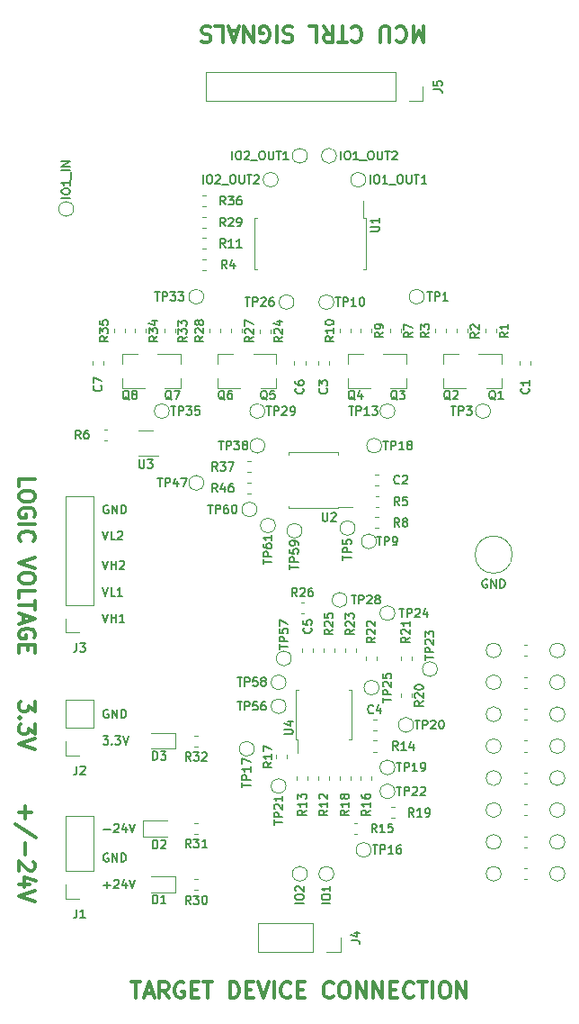
<source format=gbr>
G04 #@! TF.GenerationSoftware,KiCad,Pcbnew,5.1.4*
G04 #@! TF.CreationDate,2019-11-07T00:58:56-05:00*
G04 #@! TF.ProjectId,level-shifter-demo,6c657665-6c2d-4736-9869-667465722d64,rev?*
G04 #@! TF.SameCoordinates,Original*
G04 #@! TF.FileFunction,Legend,Top*
G04 #@! TF.FilePolarity,Positive*
%FSLAX46Y46*%
G04 Gerber Fmt 4.6, Leading zero omitted, Abs format (unit mm)*
G04 Created by KiCad (PCBNEW 5.1.4) date 2019-11-07 00:58:56*
%MOMM*%
%LPD*%
G04 APERTURE LIST*
%ADD10C,0.150000*%
%ADD11C,0.300000*%
%ADD12C,0.120000*%
G04 APERTURE END LIST*
D10*
X212173690Y-159561904D02*
X212440357Y-160361904D01*
X212707023Y-159561904D01*
X212973690Y-160361904D02*
X212973690Y-159561904D01*
X212973690Y-159942857D02*
X213430833Y-159942857D01*
X213430833Y-160361904D02*
X213430833Y-159561904D01*
X214230833Y-160361904D02*
X213773690Y-160361904D01*
X214002261Y-160361904D02*
X214002261Y-159561904D01*
X213926071Y-159676190D01*
X213849880Y-159752380D01*
X213773690Y-159790476D01*
X212173690Y-157061904D02*
X212440357Y-157861904D01*
X212707023Y-157061904D01*
X213354642Y-157861904D02*
X212973690Y-157861904D01*
X212973690Y-157061904D01*
X214040357Y-157861904D02*
X213583214Y-157861904D01*
X213811785Y-157861904D02*
X213811785Y-157061904D01*
X213735595Y-157176190D01*
X213659404Y-157252380D01*
X213583214Y-157290476D01*
X212173690Y-154561904D02*
X212440357Y-155361904D01*
X212707023Y-154561904D01*
X212973690Y-155361904D02*
X212973690Y-154561904D01*
X212973690Y-154942857D02*
X213430833Y-154942857D01*
X213430833Y-155361904D02*
X213430833Y-154561904D01*
X213773690Y-154638095D02*
X213811785Y-154600000D01*
X213887976Y-154561904D01*
X214078452Y-154561904D01*
X214154642Y-154600000D01*
X214192738Y-154638095D01*
X214230833Y-154714285D01*
X214230833Y-154790476D01*
X214192738Y-154904761D01*
X213735595Y-155361904D01*
X214230833Y-155361904D01*
X212173690Y-151811904D02*
X212440357Y-152611904D01*
X212707023Y-151811904D01*
X213354642Y-152611904D02*
X212973690Y-152611904D01*
X212973690Y-151811904D01*
X213583214Y-151888095D02*
X213621309Y-151850000D01*
X213697500Y-151811904D01*
X213887976Y-151811904D01*
X213964166Y-151850000D01*
X214002261Y-151888095D01*
X214040357Y-151964285D01*
X214040357Y-152040476D01*
X214002261Y-152154761D01*
X213545119Y-152611904D01*
X214040357Y-152611904D01*
X212707023Y-149350000D02*
X212630833Y-149311904D01*
X212516547Y-149311904D01*
X212402261Y-149350000D01*
X212326071Y-149426190D01*
X212287976Y-149502380D01*
X212249880Y-149654761D01*
X212249880Y-149769047D01*
X212287976Y-149921428D01*
X212326071Y-149997619D01*
X212402261Y-150073809D01*
X212516547Y-150111904D01*
X212592738Y-150111904D01*
X212707023Y-150073809D01*
X212745119Y-150035714D01*
X212745119Y-149769047D01*
X212592738Y-149769047D01*
X213087976Y-150111904D02*
X213087976Y-149311904D01*
X213545119Y-150111904D01*
X213545119Y-149311904D01*
X213926071Y-150111904D02*
X213926071Y-149311904D01*
X214116547Y-149311904D01*
X214230833Y-149350000D01*
X214307023Y-149426190D01*
X214345119Y-149502380D01*
X214383214Y-149654761D01*
X214383214Y-149769047D01*
X214345119Y-149921428D01*
X214307023Y-149997619D01*
X214230833Y-150073809D01*
X214116547Y-150111904D01*
X213926071Y-150111904D01*
X212211785Y-171061904D02*
X212707023Y-171061904D01*
X212440357Y-171366666D01*
X212554642Y-171366666D01*
X212630833Y-171404761D01*
X212668928Y-171442857D01*
X212707023Y-171519047D01*
X212707023Y-171709523D01*
X212668928Y-171785714D01*
X212630833Y-171823809D01*
X212554642Y-171861904D01*
X212326071Y-171861904D01*
X212249880Y-171823809D01*
X212211785Y-171785714D01*
X213049880Y-171785714D02*
X213087976Y-171823809D01*
X213049880Y-171861904D01*
X213011785Y-171823809D01*
X213049880Y-171785714D01*
X213049880Y-171861904D01*
X213354642Y-171061904D02*
X213849880Y-171061904D01*
X213583214Y-171366666D01*
X213697500Y-171366666D01*
X213773690Y-171404761D01*
X213811785Y-171442857D01*
X213849880Y-171519047D01*
X213849880Y-171709523D01*
X213811785Y-171785714D01*
X213773690Y-171823809D01*
X213697500Y-171861904D01*
X213468928Y-171861904D01*
X213392738Y-171823809D01*
X213354642Y-171785714D01*
X214078452Y-171061904D02*
X214345119Y-171861904D01*
X214611785Y-171061904D01*
X212707023Y-168600000D02*
X212630833Y-168561904D01*
X212516547Y-168561904D01*
X212402261Y-168600000D01*
X212326071Y-168676190D01*
X212287976Y-168752380D01*
X212249880Y-168904761D01*
X212249880Y-169019047D01*
X212287976Y-169171428D01*
X212326071Y-169247619D01*
X212402261Y-169323809D01*
X212516547Y-169361904D01*
X212592738Y-169361904D01*
X212707023Y-169323809D01*
X212745119Y-169285714D01*
X212745119Y-169019047D01*
X212592738Y-169019047D01*
X213087976Y-169361904D02*
X213087976Y-168561904D01*
X213545119Y-169361904D01*
X213545119Y-168561904D01*
X213926071Y-169361904D02*
X213926071Y-168561904D01*
X214116547Y-168561904D01*
X214230833Y-168600000D01*
X214307023Y-168676190D01*
X214345119Y-168752380D01*
X214383214Y-168904761D01*
X214383214Y-169019047D01*
X214345119Y-169171428D01*
X214307023Y-169247619D01*
X214230833Y-169323809D01*
X214116547Y-169361904D01*
X213926071Y-169361904D01*
X212287976Y-185057142D02*
X212897500Y-185057142D01*
X212592738Y-185361904D02*
X212592738Y-184752380D01*
X213240357Y-184638095D02*
X213278452Y-184600000D01*
X213354642Y-184561904D01*
X213545119Y-184561904D01*
X213621309Y-184600000D01*
X213659404Y-184638095D01*
X213697500Y-184714285D01*
X213697500Y-184790476D01*
X213659404Y-184904761D01*
X213202261Y-185361904D01*
X213697500Y-185361904D01*
X214383214Y-184828571D02*
X214383214Y-185361904D01*
X214192738Y-184523809D02*
X214002261Y-185095238D01*
X214497500Y-185095238D01*
X214687976Y-184561904D02*
X214954642Y-185361904D01*
X215221309Y-184561904D01*
X212707023Y-182100000D02*
X212630833Y-182061904D01*
X212516547Y-182061904D01*
X212402261Y-182100000D01*
X212326071Y-182176190D01*
X212287976Y-182252380D01*
X212249880Y-182404761D01*
X212249880Y-182519047D01*
X212287976Y-182671428D01*
X212326071Y-182747619D01*
X212402261Y-182823809D01*
X212516547Y-182861904D01*
X212592738Y-182861904D01*
X212707023Y-182823809D01*
X212745119Y-182785714D01*
X212745119Y-182519047D01*
X212592738Y-182519047D01*
X213087976Y-182861904D02*
X213087976Y-182061904D01*
X213545119Y-182861904D01*
X213545119Y-182061904D01*
X213926071Y-182861904D02*
X213926071Y-182061904D01*
X214116547Y-182061904D01*
X214230833Y-182100000D01*
X214307023Y-182176190D01*
X214345119Y-182252380D01*
X214383214Y-182404761D01*
X214383214Y-182519047D01*
X214345119Y-182671428D01*
X214307023Y-182747619D01*
X214230833Y-182823809D01*
X214116547Y-182861904D01*
X213926071Y-182861904D01*
X212287976Y-179807142D02*
X212897500Y-179807142D01*
X213240357Y-179388095D02*
X213278452Y-179350000D01*
X213354642Y-179311904D01*
X213545119Y-179311904D01*
X213621309Y-179350000D01*
X213659404Y-179388095D01*
X213697500Y-179464285D01*
X213697500Y-179540476D01*
X213659404Y-179654761D01*
X213202261Y-180111904D01*
X213697500Y-180111904D01*
X214383214Y-179578571D02*
X214383214Y-180111904D01*
X214192738Y-179273809D02*
X214002261Y-179845238D01*
X214497500Y-179845238D01*
X214687976Y-179311904D02*
X214954642Y-180111904D01*
X215221309Y-179311904D01*
D11*
X204321428Y-147571428D02*
X204321428Y-146857142D01*
X205821428Y-146857142D01*
X205821428Y-148357142D02*
X205821428Y-148642857D01*
X205750000Y-148785714D01*
X205607142Y-148928571D01*
X205321428Y-149000000D01*
X204821428Y-149000000D01*
X204535714Y-148928571D01*
X204392857Y-148785714D01*
X204321428Y-148642857D01*
X204321428Y-148357142D01*
X204392857Y-148214285D01*
X204535714Y-148071428D01*
X204821428Y-148000000D01*
X205321428Y-148000000D01*
X205607142Y-148071428D01*
X205750000Y-148214285D01*
X205821428Y-148357142D01*
X205750000Y-150428571D02*
X205821428Y-150285714D01*
X205821428Y-150071428D01*
X205750000Y-149857142D01*
X205607142Y-149714285D01*
X205464285Y-149642857D01*
X205178571Y-149571428D01*
X204964285Y-149571428D01*
X204678571Y-149642857D01*
X204535714Y-149714285D01*
X204392857Y-149857142D01*
X204321428Y-150071428D01*
X204321428Y-150214285D01*
X204392857Y-150428571D01*
X204464285Y-150500000D01*
X204964285Y-150500000D01*
X204964285Y-150214285D01*
X204321428Y-151142857D02*
X205821428Y-151142857D01*
X204464285Y-152714285D02*
X204392857Y-152642857D01*
X204321428Y-152428571D01*
X204321428Y-152285714D01*
X204392857Y-152071428D01*
X204535714Y-151928571D01*
X204678571Y-151857142D01*
X204964285Y-151785714D01*
X205178571Y-151785714D01*
X205464285Y-151857142D01*
X205607142Y-151928571D01*
X205750000Y-152071428D01*
X205821428Y-152285714D01*
X205821428Y-152428571D01*
X205750000Y-152642857D01*
X205678571Y-152714285D01*
X205821428Y-154285714D02*
X204321428Y-154785714D01*
X205821428Y-155285714D01*
X205821428Y-156071428D02*
X205821428Y-156357142D01*
X205750000Y-156500000D01*
X205607142Y-156642857D01*
X205321428Y-156714285D01*
X204821428Y-156714285D01*
X204535714Y-156642857D01*
X204392857Y-156500000D01*
X204321428Y-156357142D01*
X204321428Y-156071428D01*
X204392857Y-155928571D01*
X204535714Y-155785714D01*
X204821428Y-155714285D01*
X205321428Y-155714285D01*
X205607142Y-155785714D01*
X205750000Y-155928571D01*
X205821428Y-156071428D01*
X204321428Y-158071428D02*
X204321428Y-157357142D01*
X205821428Y-157357142D01*
X205821428Y-158357142D02*
X205821428Y-159214285D01*
X204321428Y-158785714D02*
X205821428Y-158785714D01*
X204750000Y-159642857D02*
X204750000Y-160357142D01*
X204321428Y-159500000D02*
X205821428Y-160000000D01*
X204321428Y-160500000D01*
X205750000Y-161785714D02*
X205821428Y-161642857D01*
X205821428Y-161428571D01*
X205750000Y-161214285D01*
X205607142Y-161071428D01*
X205464285Y-161000000D01*
X205178571Y-160928571D01*
X204964285Y-160928571D01*
X204678571Y-161000000D01*
X204535714Y-161071428D01*
X204392857Y-161214285D01*
X204321428Y-161428571D01*
X204321428Y-161571428D01*
X204392857Y-161785714D01*
X204464285Y-161857142D01*
X204964285Y-161857142D01*
X204964285Y-161571428D01*
X205107142Y-162500000D02*
X205107142Y-163000000D01*
X204321428Y-163214285D02*
X204321428Y-162500000D01*
X205821428Y-162500000D01*
X205821428Y-163214285D01*
X205821428Y-167785714D02*
X205821428Y-168714285D01*
X205250000Y-168214285D01*
X205250000Y-168428571D01*
X205178571Y-168571428D01*
X205107142Y-168642857D01*
X204964285Y-168714285D01*
X204607142Y-168714285D01*
X204464285Y-168642857D01*
X204392857Y-168571428D01*
X204321428Y-168428571D01*
X204321428Y-168000000D01*
X204392857Y-167857142D01*
X204464285Y-167785714D01*
X204464285Y-169357142D02*
X204392857Y-169428571D01*
X204321428Y-169357142D01*
X204392857Y-169285714D01*
X204464285Y-169357142D01*
X204321428Y-169357142D01*
X205821428Y-169928571D02*
X205821428Y-170857142D01*
X205250000Y-170357142D01*
X205250000Y-170571428D01*
X205178571Y-170714285D01*
X205107142Y-170785714D01*
X204964285Y-170857142D01*
X204607142Y-170857142D01*
X204464285Y-170785714D01*
X204392857Y-170714285D01*
X204321428Y-170571428D01*
X204321428Y-170142857D01*
X204392857Y-170000000D01*
X204464285Y-169928571D01*
X205821428Y-171285714D02*
X204321428Y-171785714D01*
X205821428Y-172285714D01*
X204892857Y-177642857D02*
X204892857Y-178785714D01*
X204321428Y-178214285D02*
X205464285Y-178214285D01*
X205892857Y-180571428D02*
X203964285Y-179285714D01*
X204892857Y-181071428D02*
X204892857Y-182214285D01*
X205678571Y-182857142D02*
X205750000Y-182928571D01*
X205821428Y-183071428D01*
X205821428Y-183428571D01*
X205750000Y-183571428D01*
X205678571Y-183642857D01*
X205535714Y-183714285D01*
X205392857Y-183714285D01*
X205178571Y-183642857D01*
X204321428Y-182785714D01*
X204321428Y-183714285D01*
X205321428Y-185000000D02*
X204321428Y-185000000D01*
X205892857Y-184642857D02*
X204821428Y-184285714D01*
X204821428Y-185214285D01*
X205821428Y-185571428D02*
X204321428Y-186071428D01*
X205821428Y-186571428D01*
X242428571Y-104321428D02*
X242428571Y-105821428D01*
X241928571Y-104750000D01*
X241428571Y-105821428D01*
X241428571Y-104321428D01*
X239857142Y-104464285D02*
X239928571Y-104392857D01*
X240142857Y-104321428D01*
X240285714Y-104321428D01*
X240500000Y-104392857D01*
X240642857Y-104535714D01*
X240714285Y-104678571D01*
X240785714Y-104964285D01*
X240785714Y-105178571D01*
X240714285Y-105464285D01*
X240642857Y-105607142D01*
X240500000Y-105750000D01*
X240285714Y-105821428D01*
X240142857Y-105821428D01*
X239928571Y-105750000D01*
X239857142Y-105678571D01*
X239214285Y-105821428D02*
X239214285Y-104607142D01*
X239142857Y-104464285D01*
X239071428Y-104392857D01*
X238928571Y-104321428D01*
X238642857Y-104321428D01*
X238500000Y-104392857D01*
X238428571Y-104464285D01*
X238357142Y-104607142D01*
X238357142Y-105821428D01*
X235642857Y-104464285D02*
X235714285Y-104392857D01*
X235928571Y-104321428D01*
X236071428Y-104321428D01*
X236285714Y-104392857D01*
X236428571Y-104535714D01*
X236500000Y-104678571D01*
X236571428Y-104964285D01*
X236571428Y-105178571D01*
X236500000Y-105464285D01*
X236428571Y-105607142D01*
X236285714Y-105750000D01*
X236071428Y-105821428D01*
X235928571Y-105821428D01*
X235714285Y-105750000D01*
X235642857Y-105678571D01*
X235214285Y-105821428D02*
X234357142Y-105821428D01*
X234785714Y-104321428D02*
X234785714Y-105821428D01*
X233000000Y-104321428D02*
X233500000Y-105035714D01*
X233857142Y-104321428D02*
X233857142Y-105821428D01*
X233285714Y-105821428D01*
X233142857Y-105750000D01*
X233071428Y-105678571D01*
X233000000Y-105535714D01*
X233000000Y-105321428D01*
X233071428Y-105178571D01*
X233142857Y-105107142D01*
X233285714Y-105035714D01*
X233857142Y-105035714D01*
X231642857Y-104321428D02*
X232357142Y-104321428D01*
X232357142Y-105821428D01*
X230071428Y-104392857D02*
X229857142Y-104321428D01*
X229500000Y-104321428D01*
X229357142Y-104392857D01*
X229285714Y-104464285D01*
X229214285Y-104607142D01*
X229214285Y-104750000D01*
X229285714Y-104892857D01*
X229357142Y-104964285D01*
X229500000Y-105035714D01*
X229785714Y-105107142D01*
X229928571Y-105178571D01*
X230000000Y-105250000D01*
X230071428Y-105392857D01*
X230071428Y-105535714D01*
X230000000Y-105678571D01*
X229928571Y-105750000D01*
X229785714Y-105821428D01*
X229428571Y-105821428D01*
X229214285Y-105750000D01*
X228571428Y-104321428D02*
X228571428Y-105821428D01*
X227071428Y-105750000D02*
X227214285Y-105821428D01*
X227428571Y-105821428D01*
X227642857Y-105750000D01*
X227785714Y-105607142D01*
X227857142Y-105464285D01*
X227928571Y-105178571D01*
X227928571Y-104964285D01*
X227857142Y-104678571D01*
X227785714Y-104535714D01*
X227642857Y-104392857D01*
X227428571Y-104321428D01*
X227285714Y-104321428D01*
X227071428Y-104392857D01*
X227000000Y-104464285D01*
X227000000Y-104964285D01*
X227285714Y-104964285D01*
X226357142Y-104321428D02*
X226357142Y-105821428D01*
X225500000Y-104321428D01*
X225500000Y-105821428D01*
X224857142Y-104750000D02*
X224142857Y-104750000D01*
X225000000Y-104321428D02*
X224500000Y-105821428D01*
X224000000Y-104321428D01*
X222785714Y-104321428D02*
X223500000Y-104321428D01*
X223500000Y-105821428D01*
X222357142Y-104392857D02*
X222142857Y-104321428D01*
X221785714Y-104321428D01*
X221642857Y-104392857D01*
X221571428Y-104464285D01*
X221500000Y-104607142D01*
X221500000Y-104750000D01*
X221571428Y-104892857D01*
X221642857Y-104964285D01*
X221785714Y-105035714D01*
X222071428Y-105107142D01*
X222214285Y-105178571D01*
X222285714Y-105250000D01*
X222357142Y-105392857D01*
X222357142Y-105535714D01*
X222285714Y-105678571D01*
X222214285Y-105750000D01*
X222071428Y-105821428D01*
X221714285Y-105821428D01*
X221500000Y-105750000D01*
X214892857Y-194178571D02*
X215750000Y-194178571D01*
X215321428Y-195678571D02*
X215321428Y-194178571D01*
X216178571Y-195250000D02*
X216892857Y-195250000D01*
X216035714Y-195678571D02*
X216535714Y-194178571D01*
X217035714Y-195678571D01*
X218392857Y-195678571D02*
X217892857Y-194964285D01*
X217535714Y-195678571D02*
X217535714Y-194178571D01*
X218107142Y-194178571D01*
X218250000Y-194250000D01*
X218321428Y-194321428D01*
X218392857Y-194464285D01*
X218392857Y-194678571D01*
X218321428Y-194821428D01*
X218250000Y-194892857D01*
X218107142Y-194964285D01*
X217535714Y-194964285D01*
X219821428Y-194250000D02*
X219678571Y-194178571D01*
X219464285Y-194178571D01*
X219250000Y-194250000D01*
X219107142Y-194392857D01*
X219035714Y-194535714D01*
X218964285Y-194821428D01*
X218964285Y-195035714D01*
X219035714Y-195321428D01*
X219107142Y-195464285D01*
X219250000Y-195607142D01*
X219464285Y-195678571D01*
X219607142Y-195678571D01*
X219821428Y-195607142D01*
X219892857Y-195535714D01*
X219892857Y-195035714D01*
X219607142Y-195035714D01*
X220535714Y-194892857D02*
X221035714Y-194892857D01*
X221250000Y-195678571D02*
X220535714Y-195678571D01*
X220535714Y-194178571D01*
X221250000Y-194178571D01*
X221678571Y-194178571D02*
X222535714Y-194178571D01*
X222107142Y-195678571D02*
X222107142Y-194178571D01*
X224178571Y-195678571D02*
X224178571Y-194178571D01*
X224535714Y-194178571D01*
X224750000Y-194250000D01*
X224892857Y-194392857D01*
X224964285Y-194535714D01*
X225035714Y-194821428D01*
X225035714Y-195035714D01*
X224964285Y-195321428D01*
X224892857Y-195464285D01*
X224750000Y-195607142D01*
X224535714Y-195678571D01*
X224178571Y-195678571D01*
X225678571Y-194892857D02*
X226178571Y-194892857D01*
X226392857Y-195678571D02*
X225678571Y-195678571D01*
X225678571Y-194178571D01*
X226392857Y-194178571D01*
X226821428Y-194178571D02*
X227321428Y-195678571D01*
X227821428Y-194178571D01*
X228321428Y-195678571D02*
X228321428Y-194178571D01*
X229892857Y-195535714D02*
X229821428Y-195607142D01*
X229607142Y-195678571D01*
X229464285Y-195678571D01*
X229250000Y-195607142D01*
X229107142Y-195464285D01*
X229035714Y-195321428D01*
X228964285Y-195035714D01*
X228964285Y-194821428D01*
X229035714Y-194535714D01*
X229107142Y-194392857D01*
X229250000Y-194250000D01*
X229464285Y-194178571D01*
X229607142Y-194178571D01*
X229821428Y-194250000D01*
X229892857Y-194321428D01*
X230535714Y-194892857D02*
X231035714Y-194892857D01*
X231250000Y-195678571D02*
X230535714Y-195678571D01*
X230535714Y-194178571D01*
X231250000Y-194178571D01*
X233892857Y-195535714D02*
X233821428Y-195607142D01*
X233607142Y-195678571D01*
X233464285Y-195678571D01*
X233250000Y-195607142D01*
X233107142Y-195464285D01*
X233035714Y-195321428D01*
X232964285Y-195035714D01*
X232964285Y-194821428D01*
X233035714Y-194535714D01*
X233107142Y-194392857D01*
X233250000Y-194250000D01*
X233464285Y-194178571D01*
X233607142Y-194178571D01*
X233821428Y-194250000D01*
X233892857Y-194321428D01*
X234821428Y-194178571D02*
X235107142Y-194178571D01*
X235250000Y-194250000D01*
X235392857Y-194392857D01*
X235464285Y-194678571D01*
X235464285Y-195178571D01*
X235392857Y-195464285D01*
X235250000Y-195607142D01*
X235107142Y-195678571D01*
X234821428Y-195678571D01*
X234678571Y-195607142D01*
X234535714Y-195464285D01*
X234464285Y-195178571D01*
X234464285Y-194678571D01*
X234535714Y-194392857D01*
X234678571Y-194250000D01*
X234821428Y-194178571D01*
X236107142Y-195678571D02*
X236107142Y-194178571D01*
X236964285Y-195678571D01*
X236964285Y-194178571D01*
X237678571Y-195678571D02*
X237678571Y-194178571D01*
X238535714Y-195678571D01*
X238535714Y-194178571D01*
X239250000Y-194892857D02*
X239750000Y-194892857D01*
X239964285Y-195678571D02*
X239250000Y-195678571D01*
X239250000Y-194178571D01*
X239964285Y-194178571D01*
X241464285Y-195535714D02*
X241392857Y-195607142D01*
X241178571Y-195678571D01*
X241035714Y-195678571D01*
X240821428Y-195607142D01*
X240678571Y-195464285D01*
X240607142Y-195321428D01*
X240535714Y-195035714D01*
X240535714Y-194821428D01*
X240607142Y-194535714D01*
X240678571Y-194392857D01*
X240821428Y-194250000D01*
X241035714Y-194178571D01*
X241178571Y-194178571D01*
X241392857Y-194250000D01*
X241464285Y-194321428D01*
X241892857Y-194178571D02*
X242750000Y-194178571D01*
X242321428Y-195678571D02*
X242321428Y-194178571D01*
X243250000Y-195678571D02*
X243250000Y-194178571D01*
X244250000Y-194178571D02*
X244535714Y-194178571D01*
X244678571Y-194250000D01*
X244821428Y-194392857D01*
X244892857Y-194678571D01*
X244892857Y-195178571D01*
X244821428Y-195464285D01*
X244678571Y-195607142D01*
X244535714Y-195678571D01*
X244250000Y-195678571D01*
X244107142Y-195607142D01*
X243964285Y-195464285D01*
X243892857Y-195178571D01*
X243892857Y-194678571D01*
X243964285Y-194392857D01*
X244107142Y-194250000D01*
X244250000Y-194178571D01*
X245535714Y-195678571D02*
X245535714Y-194178571D01*
X246392857Y-195678571D01*
X246392857Y-194178571D01*
D12*
X221700000Y-129750000D02*
G75*
G03X221700000Y-129750000I-700000J0D01*
G01*
X233950000Y-130250000D02*
G75*
G03X233950000Y-130250000I-700000J0D01*
G01*
X230200000Y-130250000D02*
G75*
G03X230200000Y-130250000I-700000J0D01*
G01*
X242450000Y-129750000D02*
G75*
G03X242450000Y-129750000I-700000J0D01*
G01*
X226490000Y-124750000D02*
X226490000Y-127135000D01*
X226490000Y-127135000D02*
X226770000Y-127135000D01*
X226490000Y-124750000D02*
X226490000Y-122365000D01*
X226490000Y-122365000D02*
X226770000Y-122365000D01*
X237010000Y-124750000D02*
X237010000Y-127135000D01*
X237010000Y-127135000D02*
X236730000Y-127135000D01*
X237010000Y-124750000D02*
X237010000Y-122365000D01*
X237010000Y-122365000D02*
X236730000Y-122365000D01*
X236730000Y-122365000D02*
X236730000Y-120700000D01*
X252510000Y-136125279D02*
X252510000Y-135799721D01*
X251490000Y-136125279D02*
X251490000Y-135799721D01*
X237837221Y-146490000D02*
X238162779Y-146490000D01*
X237837221Y-147510000D02*
X238162779Y-147510000D01*
X232490000Y-135799721D02*
X232490000Y-136125279D01*
X233510000Y-135799721D02*
X233510000Y-136125279D01*
X237624721Y-169490000D02*
X237950279Y-169490000D01*
X237624721Y-170510000D02*
X237950279Y-170510000D01*
X230990000Y-162837221D02*
X230990000Y-163162779D01*
X232010000Y-162837221D02*
X232010000Y-163162779D01*
X230240000Y-136125279D02*
X230240000Y-135799721D01*
X231260000Y-136125279D02*
X231260000Y-135799721D01*
X212260000Y-135799721D02*
X212260000Y-136125279D01*
X211240000Y-135799721D02*
X211240000Y-136125279D01*
X216700000Y-185735000D02*
X218985000Y-185735000D01*
X218985000Y-185735000D02*
X218985000Y-184265000D01*
X218985000Y-184265000D02*
X216700000Y-184265000D01*
X216015000Y-180485000D02*
X218300000Y-180485000D01*
X216015000Y-179015000D02*
X216015000Y-180485000D01*
X218300000Y-179015000D02*
X216015000Y-179015000D01*
X216700000Y-172235000D02*
X218985000Y-172235000D01*
X218985000Y-172235000D02*
X218985000Y-170765000D01*
X218985000Y-170765000D02*
X216700000Y-170765000D01*
X211330000Y-183730000D02*
X208670000Y-183730000D01*
X211330000Y-183730000D02*
X211330000Y-178590000D01*
X211330000Y-178590000D02*
X208670000Y-178590000D01*
X208670000Y-183730000D02*
X208670000Y-178590000D01*
X208670000Y-186330000D02*
X208670000Y-185000000D01*
X210000000Y-186330000D02*
X208670000Y-186330000D01*
X211330000Y-170270000D02*
X208670000Y-170270000D01*
X211330000Y-170270000D02*
X211330000Y-167670000D01*
X211330000Y-167670000D02*
X208670000Y-167670000D01*
X208670000Y-170270000D02*
X208670000Y-167670000D01*
X208670000Y-172870000D02*
X208670000Y-171540000D01*
X210000000Y-172870000D02*
X208670000Y-172870000D01*
X211330000Y-158730000D02*
X208670000Y-158730000D01*
X211330000Y-158730000D02*
X211330000Y-148510000D01*
X211330000Y-148510000D02*
X208670000Y-148510000D01*
X208670000Y-158730000D02*
X208670000Y-148510000D01*
X208670000Y-161330000D02*
X208670000Y-160000000D01*
X210000000Y-161330000D02*
X208670000Y-161330000D01*
X234580000Y-190000000D02*
X234580000Y-191330000D01*
X234580000Y-191330000D02*
X233250000Y-191330000D01*
X231980000Y-191330000D02*
X226840000Y-191330000D01*
X226840000Y-188670000D02*
X226840000Y-191330000D01*
X231980000Y-188670000D02*
X226840000Y-188670000D01*
X231980000Y-188670000D02*
X231980000Y-191330000D01*
X239730000Y-108670000D02*
X239730000Y-111330000D01*
X239730000Y-108670000D02*
X221890000Y-108670000D01*
X221890000Y-108670000D02*
X221890000Y-111330000D01*
X239730000Y-111330000D02*
X221890000Y-111330000D01*
X242330000Y-111330000D02*
X241000000Y-111330000D01*
X242330000Y-110000000D02*
X242330000Y-111330000D01*
X249760000Y-138330000D02*
X248300000Y-138330000D01*
X249760000Y-135170000D02*
X247600000Y-135170000D01*
X249760000Y-135170000D02*
X249760000Y-136100000D01*
X249760000Y-138330000D02*
X249760000Y-137400000D01*
X244240000Y-135170000D02*
X244240000Y-136100000D01*
X244240000Y-138330000D02*
X244240000Y-137400000D01*
X244240000Y-138330000D02*
X246400000Y-138330000D01*
X244240000Y-135170000D02*
X245700000Y-135170000D01*
X240760000Y-138330000D02*
X239300000Y-138330000D01*
X240760000Y-135170000D02*
X238600000Y-135170000D01*
X240760000Y-135170000D02*
X240760000Y-136100000D01*
X240760000Y-138330000D02*
X240760000Y-137400000D01*
X235240000Y-135170000D02*
X236700000Y-135170000D01*
X235240000Y-138330000D02*
X237400000Y-138330000D01*
X235240000Y-138330000D02*
X235240000Y-137400000D01*
X235240000Y-135170000D02*
X235240000Y-136100000D01*
X228510000Y-138330000D02*
X227050000Y-138330000D01*
X228510000Y-135170000D02*
X226350000Y-135170000D01*
X228510000Y-135170000D02*
X228510000Y-136100000D01*
X228510000Y-138330000D02*
X228510000Y-137400000D01*
X222990000Y-135170000D02*
X222990000Y-136100000D01*
X222990000Y-138330000D02*
X222990000Y-137400000D01*
X222990000Y-138330000D02*
X225150000Y-138330000D01*
X222990000Y-135170000D02*
X224450000Y-135170000D01*
X219510000Y-138330000D02*
X219510000Y-137400000D01*
X219510000Y-135170000D02*
X219510000Y-136100000D01*
X219510000Y-135170000D02*
X217350000Y-135170000D01*
X219510000Y-138330000D02*
X218050000Y-138330000D01*
X213990000Y-135170000D02*
X213990000Y-136100000D01*
X213990000Y-138330000D02*
X213990000Y-137400000D01*
X213990000Y-138330000D02*
X216150000Y-138330000D01*
X213990000Y-135170000D02*
X215450000Y-135170000D01*
X249260000Y-133125279D02*
X249260000Y-132799721D01*
X248240000Y-133125279D02*
X248240000Y-132799721D01*
X246510000Y-133125279D02*
X246510000Y-132799721D01*
X245490000Y-133125279D02*
X245490000Y-132799721D01*
X243490000Y-133125279D02*
X243490000Y-132799721D01*
X244510000Y-133125279D02*
X244510000Y-132799721D01*
X221875279Y-127260000D02*
X221549721Y-127260000D01*
X221875279Y-126240000D02*
X221549721Y-126240000D01*
X238200279Y-149510000D02*
X237874721Y-149510000D01*
X238200279Y-148490000D02*
X237874721Y-148490000D01*
X212625279Y-143260000D02*
X212299721Y-143260000D01*
X212625279Y-142240000D02*
X212299721Y-142240000D01*
X239240000Y-133125279D02*
X239240000Y-132799721D01*
X240260000Y-133125279D02*
X240260000Y-132799721D01*
X237837221Y-151510000D02*
X238162779Y-151510000D01*
X237837221Y-150490000D02*
X238162779Y-150490000D01*
X237510000Y-133125279D02*
X237510000Y-132799721D01*
X236490000Y-133125279D02*
X236490000Y-132799721D01*
X235510000Y-133125279D02*
X235510000Y-132799721D01*
X234490000Y-133125279D02*
X234490000Y-132799721D01*
X221875279Y-124240000D02*
X221549721Y-124240000D01*
X221875279Y-125260000D02*
X221549721Y-125260000D01*
X232490000Y-175162779D02*
X232490000Y-174837221D01*
X233510000Y-175162779D02*
X233510000Y-174837221D01*
X230490000Y-175162779D02*
X230490000Y-174837221D01*
X231510000Y-175162779D02*
X231510000Y-174837221D01*
X237950279Y-171490000D02*
X237624721Y-171490000D01*
X237950279Y-172510000D02*
X237624721Y-172510000D01*
X235837221Y-180260000D02*
X236162779Y-180260000D01*
X235837221Y-179240000D02*
X236162779Y-179240000D01*
X236490000Y-175162779D02*
X236490000Y-174837221D01*
X237510000Y-175162779D02*
X237510000Y-174837221D01*
X228490000Y-173162779D02*
X228490000Y-172837221D01*
X229510000Y-173162779D02*
X229510000Y-172837221D01*
X235510000Y-175162779D02*
X235510000Y-174837221D01*
X234490000Y-175162779D02*
X234490000Y-174837221D01*
X239662779Y-178760000D02*
X239337221Y-178760000D01*
X239662779Y-177740000D02*
X239337221Y-177740000D01*
X241260000Y-167412779D02*
X241260000Y-167087221D01*
X240240000Y-167412779D02*
X240240000Y-167087221D01*
X240240000Y-163912779D02*
X240240000Y-163587221D01*
X241260000Y-163912779D02*
X241260000Y-163587221D01*
X238010000Y-163587221D02*
X238010000Y-163912779D01*
X236990000Y-163587221D02*
X236990000Y-163912779D01*
X236010000Y-162837221D02*
X236010000Y-163162779D01*
X234990000Y-162837221D02*
X234990000Y-163162779D01*
X226990000Y-133162779D02*
X226990000Y-132837221D01*
X228010000Y-133162779D02*
X228010000Y-132837221D01*
X232990000Y-162837221D02*
X232990000Y-163162779D01*
X234010000Y-162837221D02*
X234010000Y-163162779D01*
X230837221Y-159510000D02*
X231162779Y-159510000D01*
X230837221Y-158490000D02*
X231162779Y-158490000D01*
X225260000Y-133125279D02*
X225260000Y-132799721D01*
X224240000Y-133125279D02*
X224240000Y-132799721D01*
X223260000Y-133125279D02*
X223260000Y-132799721D01*
X222240000Y-133125279D02*
X222240000Y-132799721D01*
X221875279Y-123260000D02*
X221549721Y-123260000D01*
X221875279Y-122240000D02*
X221549721Y-122240000D01*
X220837221Y-184490000D02*
X221162779Y-184490000D01*
X220837221Y-185510000D02*
X221162779Y-185510000D01*
X221162779Y-180260000D02*
X220837221Y-180260000D01*
X221162779Y-179240000D02*
X220837221Y-179240000D01*
X220837221Y-172010000D02*
X221162779Y-172010000D01*
X220837221Y-170990000D02*
X221162779Y-170990000D01*
X219010000Y-133125279D02*
X219010000Y-132799721D01*
X217990000Y-133125279D02*
X217990000Y-132799721D01*
X216260000Y-133125279D02*
X216260000Y-132799721D01*
X215240000Y-133125279D02*
X215240000Y-132799721D01*
X213240000Y-133125279D02*
X213240000Y-132799721D01*
X214260000Y-133125279D02*
X214260000Y-132799721D01*
X221875279Y-120240000D02*
X221549721Y-120240000D01*
X221875279Y-121260000D02*
X221549721Y-121260000D01*
X225799721Y-145240000D02*
X226125279Y-145240000D01*
X225799721Y-146260000D02*
X226125279Y-146260000D01*
X251837221Y-183490000D02*
X252162779Y-183490000D01*
X251837221Y-184510000D02*
X252162779Y-184510000D01*
X251837221Y-181510000D02*
X252162779Y-181510000D01*
X251837221Y-180490000D02*
X252162779Y-180490000D01*
X251837221Y-178510000D02*
X252162779Y-178510000D01*
X251837221Y-177490000D02*
X252162779Y-177490000D01*
X251837221Y-174490000D02*
X252162779Y-174490000D01*
X251837221Y-175510000D02*
X252162779Y-175510000D01*
X251837221Y-171490000D02*
X252162779Y-171490000D01*
X251837221Y-172510000D02*
X252162779Y-172510000D01*
X251837221Y-169510000D02*
X252162779Y-169510000D01*
X251837221Y-168490000D02*
X252162779Y-168490000D01*
X251837221Y-166510000D02*
X252162779Y-166510000D01*
X251837221Y-165490000D02*
X252162779Y-165490000D01*
X251837221Y-162490000D02*
X252162779Y-162490000D01*
X251837221Y-163510000D02*
X252162779Y-163510000D01*
X226125279Y-147240000D02*
X225799721Y-147240000D01*
X226125279Y-148260000D02*
X225799721Y-148260000D01*
X248700000Y-140500000D02*
G75*
G03X248700000Y-140500000I-700000J0D01*
G01*
X236950000Y-118750000D02*
G75*
G03X236950000Y-118750000I-700000J0D01*
G01*
X235950000Y-151500000D02*
G75*
G03X235950000Y-151500000I-700000J0D01*
G01*
X209450000Y-121500000D02*
G75*
G03X209450000Y-121500000I-700000J0D01*
G01*
X233950000Y-184000000D02*
G75*
G03X233950000Y-184000000I-700000J0D01*
G01*
X237950000Y-152750000D02*
G75*
G03X237950000Y-152750000I-700000J0D01*
G01*
X250750000Y-154000000D02*
G75*
G03X250750000Y-154000000I-1750000J0D01*
G01*
X239700000Y-140500000D02*
G75*
G03X239700000Y-140500000I-700000J0D01*
G01*
X234200000Y-116500000D02*
G75*
G03X234200000Y-116500000I-700000J0D01*
G01*
X237450000Y-181750000D02*
G75*
G03X237450000Y-181750000I-700000J0D01*
G01*
X226450000Y-172250000D02*
G75*
G03X226450000Y-172250000I-700000J0D01*
G01*
X238450000Y-143750000D02*
G75*
G03X238450000Y-143750000I-700000J0D01*
G01*
X239700000Y-174000000D02*
G75*
G03X239700000Y-174000000I-700000J0D01*
G01*
X241450000Y-170000000D02*
G75*
G03X241450000Y-170000000I-700000J0D01*
G01*
X229450000Y-175750000D02*
G75*
G03X229450000Y-175750000I-700000J0D01*
G01*
X239700000Y-176250000D02*
G75*
G03X239700000Y-176250000I-700000J0D01*
G01*
X243700000Y-164750000D02*
G75*
G03X243700000Y-164750000I-700000J0D01*
G01*
X239700000Y-159500000D02*
G75*
G03X239700000Y-159500000I-700000J0D01*
G01*
X238200000Y-166500000D02*
G75*
G03X238200000Y-166500000I-700000J0D01*
G01*
X235200000Y-158250000D02*
G75*
G03X235200000Y-158250000I-700000J0D01*
G01*
X227450000Y-140500000D02*
G75*
G03X227450000Y-140500000I-700000J0D01*
G01*
X231450000Y-116500000D02*
G75*
G03X231450000Y-116500000I-700000J0D01*
G01*
X231450000Y-184000000D02*
G75*
G03X231450000Y-184000000I-700000J0D01*
G01*
X218450000Y-140500000D02*
G75*
G03X218450000Y-140500000I-700000J0D01*
G01*
X228700000Y-118750000D02*
G75*
G03X228700000Y-118750000I-700000J0D01*
G01*
X227450000Y-143750000D02*
G75*
G03X227450000Y-143750000I-700000J0D01*
G01*
X249700000Y-184000000D02*
G75*
G03X249700000Y-184000000I-700000J0D01*
G01*
X249700000Y-181000000D02*
G75*
G03X249700000Y-181000000I-700000J0D01*
G01*
X249700000Y-178000000D02*
G75*
G03X249700000Y-178000000I-700000J0D01*
G01*
X249700000Y-175000000D02*
G75*
G03X249700000Y-175000000I-700000J0D01*
G01*
X249700000Y-172000000D02*
G75*
G03X249700000Y-172000000I-700000J0D01*
G01*
X249700000Y-169000000D02*
G75*
G03X249700000Y-169000000I-700000J0D01*
G01*
X249700000Y-166000000D02*
G75*
G03X249700000Y-166000000I-700000J0D01*
G01*
X249700000Y-163000000D02*
G75*
G03X249700000Y-163000000I-700000J0D01*
G01*
X221700000Y-147250000D02*
G75*
G03X221700000Y-147250000I-700000J0D01*
G01*
X255700000Y-184000000D02*
G75*
G03X255700000Y-184000000I-700000J0D01*
G01*
X255700000Y-181000000D02*
G75*
G03X255700000Y-181000000I-700000J0D01*
G01*
X255700000Y-178000000D02*
G75*
G03X255700000Y-178000000I-700000J0D01*
G01*
X255700000Y-175000000D02*
G75*
G03X255700000Y-175000000I-700000J0D01*
G01*
X255700000Y-172000000D02*
G75*
G03X255700000Y-172000000I-700000J0D01*
G01*
X255700000Y-169000000D02*
G75*
G03X255700000Y-169000000I-700000J0D01*
G01*
X255700000Y-166000000D02*
G75*
G03X255700000Y-166000000I-700000J0D01*
G01*
X255700000Y-163000000D02*
G75*
G03X255700000Y-163000000I-700000J0D01*
G01*
X229450000Y-168250000D02*
G75*
G03X229450000Y-168250000I-700000J0D01*
G01*
X229950000Y-163750000D02*
G75*
G03X229950000Y-163750000I-700000J0D01*
G01*
X229450000Y-166000000D02*
G75*
G03X229450000Y-166000000I-700000J0D01*
G01*
X230950000Y-151750000D02*
G75*
G03X230950000Y-151750000I-700000J0D01*
G01*
X226700000Y-149750000D02*
G75*
G03X226700000Y-149750000I-700000J0D01*
G01*
X228450000Y-151250000D02*
G75*
G03X228450000Y-151250000I-700000J0D01*
G01*
X234325000Y-149500000D02*
X235675000Y-149500000D01*
X234325000Y-144375000D02*
X229675000Y-144375000D01*
X234325000Y-149625000D02*
X229675000Y-149625000D01*
X234325000Y-144375000D02*
X234325000Y-144600000D01*
X229675000Y-144375000D02*
X229675000Y-144600000D01*
X229675000Y-149625000D02*
X229675000Y-149400000D01*
X234325000Y-149625000D02*
X234325000Y-149500000D01*
X215550000Y-144660000D02*
X217450000Y-144660000D01*
X216950000Y-142340000D02*
X215550000Y-142340000D01*
X230375000Y-171325000D02*
X230500000Y-171325000D01*
X230375000Y-166675000D02*
X230600000Y-166675000D01*
X235625000Y-166675000D02*
X235400000Y-166675000D01*
X235625000Y-171325000D02*
X235400000Y-171325000D01*
X230375000Y-171325000D02*
X230375000Y-166675000D01*
X235625000Y-171325000D02*
X235625000Y-166675000D01*
X230500000Y-171325000D02*
X230500000Y-172675000D01*
D10*
X217109523Y-129311904D02*
X217566666Y-129311904D01*
X217338095Y-130111904D02*
X217338095Y-129311904D01*
X217833333Y-130111904D02*
X217833333Y-129311904D01*
X218138095Y-129311904D01*
X218214285Y-129350000D01*
X218252380Y-129388095D01*
X218290476Y-129464285D01*
X218290476Y-129578571D01*
X218252380Y-129654761D01*
X218214285Y-129692857D01*
X218138095Y-129730952D01*
X217833333Y-129730952D01*
X218557142Y-129311904D02*
X219052380Y-129311904D01*
X218785714Y-129616666D01*
X218900000Y-129616666D01*
X218976190Y-129654761D01*
X219014285Y-129692857D01*
X219052380Y-129769047D01*
X219052380Y-129959523D01*
X219014285Y-130035714D01*
X218976190Y-130073809D01*
X218900000Y-130111904D01*
X218671428Y-130111904D01*
X218595238Y-130073809D01*
X218557142Y-130035714D01*
X219319047Y-129311904D02*
X219814285Y-129311904D01*
X219547619Y-129616666D01*
X219661904Y-129616666D01*
X219738095Y-129654761D01*
X219776190Y-129692857D01*
X219814285Y-129769047D01*
X219814285Y-129959523D01*
X219776190Y-130035714D01*
X219738095Y-130073809D01*
X219661904Y-130111904D01*
X219433333Y-130111904D01*
X219357142Y-130073809D01*
X219319047Y-130035714D01*
X234109523Y-129811904D02*
X234566666Y-129811904D01*
X234338095Y-130611904D02*
X234338095Y-129811904D01*
X234833333Y-130611904D02*
X234833333Y-129811904D01*
X235138095Y-129811904D01*
X235214285Y-129850000D01*
X235252380Y-129888095D01*
X235290476Y-129964285D01*
X235290476Y-130078571D01*
X235252380Y-130154761D01*
X235214285Y-130192857D01*
X235138095Y-130230952D01*
X234833333Y-130230952D01*
X236052380Y-130611904D02*
X235595238Y-130611904D01*
X235823809Y-130611904D02*
X235823809Y-129811904D01*
X235747619Y-129926190D01*
X235671428Y-130002380D01*
X235595238Y-130040476D01*
X236547619Y-129811904D02*
X236623809Y-129811904D01*
X236700000Y-129850000D01*
X236738095Y-129888095D01*
X236776190Y-129964285D01*
X236814285Y-130116666D01*
X236814285Y-130307142D01*
X236776190Y-130459523D01*
X236738095Y-130535714D01*
X236700000Y-130573809D01*
X236623809Y-130611904D01*
X236547619Y-130611904D01*
X236471428Y-130573809D01*
X236433333Y-130535714D01*
X236395238Y-130459523D01*
X236357142Y-130307142D01*
X236357142Y-130116666D01*
X236395238Y-129964285D01*
X236433333Y-129888095D01*
X236471428Y-129850000D01*
X236547619Y-129811904D01*
X225609523Y-129811904D02*
X226066666Y-129811904D01*
X225838095Y-130611904D02*
X225838095Y-129811904D01*
X226333333Y-130611904D02*
X226333333Y-129811904D01*
X226638095Y-129811904D01*
X226714285Y-129850000D01*
X226752380Y-129888095D01*
X226790476Y-129964285D01*
X226790476Y-130078571D01*
X226752380Y-130154761D01*
X226714285Y-130192857D01*
X226638095Y-130230952D01*
X226333333Y-130230952D01*
X227095238Y-129888095D02*
X227133333Y-129850000D01*
X227209523Y-129811904D01*
X227400000Y-129811904D01*
X227476190Y-129850000D01*
X227514285Y-129888095D01*
X227552380Y-129964285D01*
X227552380Y-130040476D01*
X227514285Y-130154761D01*
X227057142Y-130611904D01*
X227552380Y-130611904D01*
X228238095Y-129811904D02*
X228085714Y-129811904D01*
X228009523Y-129850000D01*
X227971428Y-129888095D01*
X227895238Y-130002380D01*
X227857142Y-130154761D01*
X227857142Y-130459523D01*
X227895238Y-130535714D01*
X227933333Y-130573809D01*
X228009523Y-130611904D01*
X228161904Y-130611904D01*
X228238095Y-130573809D01*
X228276190Y-130535714D01*
X228314285Y-130459523D01*
X228314285Y-130269047D01*
X228276190Y-130192857D01*
X228238095Y-130154761D01*
X228161904Y-130116666D01*
X228009523Y-130116666D01*
X227933333Y-130154761D01*
X227895238Y-130192857D01*
X227857142Y-130269047D01*
X242740476Y-129311904D02*
X243197619Y-129311904D01*
X242969047Y-130111904D02*
X242969047Y-129311904D01*
X243464285Y-130111904D02*
X243464285Y-129311904D01*
X243769047Y-129311904D01*
X243845238Y-129350000D01*
X243883333Y-129388095D01*
X243921428Y-129464285D01*
X243921428Y-129578571D01*
X243883333Y-129654761D01*
X243845238Y-129692857D01*
X243769047Y-129730952D01*
X243464285Y-129730952D01*
X244683333Y-130111904D02*
X244226190Y-130111904D01*
X244454761Y-130111904D02*
X244454761Y-129311904D01*
X244378571Y-129426190D01*
X244302380Y-129502380D01*
X244226190Y-129540476D01*
X237411904Y-123609523D02*
X238059523Y-123609523D01*
X238135714Y-123571428D01*
X238173809Y-123533333D01*
X238211904Y-123457142D01*
X238211904Y-123304761D01*
X238173809Y-123228571D01*
X238135714Y-123190476D01*
X238059523Y-123152380D01*
X237411904Y-123152380D01*
X238211904Y-122352380D02*
X238211904Y-122809523D01*
X238211904Y-122580952D02*
X237411904Y-122580952D01*
X237526190Y-122657142D01*
X237602380Y-122733333D01*
X237640476Y-122809523D01*
X252285714Y-138383333D02*
X252323809Y-138421428D01*
X252361904Y-138535714D01*
X252361904Y-138611904D01*
X252323809Y-138726190D01*
X252247619Y-138802380D01*
X252171428Y-138840476D01*
X252019047Y-138878571D01*
X251904761Y-138878571D01*
X251752380Y-138840476D01*
X251676190Y-138802380D01*
X251600000Y-138726190D01*
X251561904Y-138611904D01*
X251561904Y-138535714D01*
X251600000Y-138421428D01*
X251638095Y-138383333D01*
X252361904Y-137621428D02*
X252361904Y-138078571D01*
X252361904Y-137850000D02*
X251561904Y-137850000D01*
X251676190Y-137926190D01*
X251752380Y-138002380D01*
X251790476Y-138078571D01*
X240116666Y-147285714D02*
X240078571Y-147323809D01*
X239964285Y-147361904D01*
X239888095Y-147361904D01*
X239773809Y-147323809D01*
X239697619Y-147247619D01*
X239659523Y-147171428D01*
X239621428Y-147019047D01*
X239621428Y-146904761D01*
X239659523Y-146752380D01*
X239697619Y-146676190D01*
X239773809Y-146600000D01*
X239888095Y-146561904D01*
X239964285Y-146561904D01*
X240078571Y-146600000D01*
X240116666Y-146638095D01*
X240421428Y-146638095D02*
X240459523Y-146600000D01*
X240535714Y-146561904D01*
X240726190Y-146561904D01*
X240802380Y-146600000D01*
X240840476Y-146638095D01*
X240878571Y-146714285D01*
X240878571Y-146790476D01*
X240840476Y-146904761D01*
X240383333Y-147361904D01*
X240878571Y-147361904D01*
X233285714Y-138383333D02*
X233323809Y-138421428D01*
X233361904Y-138535714D01*
X233361904Y-138611904D01*
X233323809Y-138726190D01*
X233247619Y-138802380D01*
X233171428Y-138840476D01*
X233019047Y-138878571D01*
X232904761Y-138878571D01*
X232752380Y-138840476D01*
X232676190Y-138802380D01*
X232600000Y-138726190D01*
X232561904Y-138611904D01*
X232561904Y-138535714D01*
X232600000Y-138421428D01*
X232638095Y-138383333D01*
X232561904Y-138116666D02*
X232561904Y-137621428D01*
X232866666Y-137888095D01*
X232866666Y-137773809D01*
X232904761Y-137697619D01*
X232942857Y-137659523D01*
X233019047Y-137621428D01*
X233209523Y-137621428D01*
X233285714Y-137659523D01*
X233323809Y-137697619D01*
X233361904Y-137773809D01*
X233361904Y-138002380D01*
X233323809Y-138078571D01*
X233285714Y-138116666D01*
X237654166Y-168855714D02*
X237616071Y-168893809D01*
X237501785Y-168931904D01*
X237425595Y-168931904D01*
X237311309Y-168893809D01*
X237235119Y-168817619D01*
X237197023Y-168741428D01*
X237158928Y-168589047D01*
X237158928Y-168474761D01*
X237197023Y-168322380D01*
X237235119Y-168246190D01*
X237311309Y-168170000D01*
X237425595Y-168131904D01*
X237501785Y-168131904D01*
X237616071Y-168170000D01*
X237654166Y-168208095D01*
X238339880Y-168398571D02*
X238339880Y-168931904D01*
X238149404Y-168093809D02*
X237958928Y-168665238D01*
X238454166Y-168665238D01*
X231785714Y-160883333D02*
X231823809Y-160921428D01*
X231861904Y-161035714D01*
X231861904Y-161111904D01*
X231823809Y-161226190D01*
X231747619Y-161302380D01*
X231671428Y-161340476D01*
X231519047Y-161378571D01*
X231404761Y-161378571D01*
X231252380Y-161340476D01*
X231176190Y-161302380D01*
X231100000Y-161226190D01*
X231061904Y-161111904D01*
X231061904Y-161035714D01*
X231100000Y-160921428D01*
X231138095Y-160883333D01*
X231061904Y-160159523D02*
X231061904Y-160540476D01*
X231442857Y-160578571D01*
X231404761Y-160540476D01*
X231366666Y-160464285D01*
X231366666Y-160273809D01*
X231404761Y-160197619D01*
X231442857Y-160159523D01*
X231519047Y-160121428D01*
X231709523Y-160121428D01*
X231785714Y-160159523D01*
X231823809Y-160197619D01*
X231861904Y-160273809D01*
X231861904Y-160464285D01*
X231823809Y-160540476D01*
X231785714Y-160578571D01*
X231035714Y-138383333D02*
X231073809Y-138421428D01*
X231111904Y-138535714D01*
X231111904Y-138611904D01*
X231073809Y-138726190D01*
X230997619Y-138802380D01*
X230921428Y-138840476D01*
X230769047Y-138878571D01*
X230654761Y-138878571D01*
X230502380Y-138840476D01*
X230426190Y-138802380D01*
X230350000Y-138726190D01*
X230311904Y-138611904D01*
X230311904Y-138535714D01*
X230350000Y-138421428D01*
X230388095Y-138383333D01*
X230311904Y-137697619D02*
X230311904Y-137850000D01*
X230350000Y-137926190D01*
X230388095Y-137964285D01*
X230502380Y-138040476D01*
X230654761Y-138078571D01*
X230959523Y-138078571D01*
X231035714Y-138040476D01*
X231073809Y-138002380D01*
X231111904Y-137926190D01*
X231111904Y-137773809D01*
X231073809Y-137697619D01*
X231035714Y-137659523D01*
X230959523Y-137621428D01*
X230769047Y-137621428D01*
X230692857Y-137659523D01*
X230654761Y-137697619D01*
X230616666Y-137773809D01*
X230616666Y-137926190D01*
X230654761Y-138002380D01*
X230692857Y-138040476D01*
X230769047Y-138078571D01*
X212035714Y-138133333D02*
X212073809Y-138171428D01*
X212111904Y-138285714D01*
X212111904Y-138361904D01*
X212073809Y-138476190D01*
X211997619Y-138552380D01*
X211921428Y-138590476D01*
X211769047Y-138628571D01*
X211654761Y-138628571D01*
X211502380Y-138590476D01*
X211426190Y-138552380D01*
X211350000Y-138476190D01*
X211311904Y-138361904D01*
X211311904Y-138285714D01*
X211350000Y-138171428D01*
X211388095Y-138133333D01*
X211311904Y-137866666D02*
X211311904Y-137333333D01*
X212111904Y-137676190D01*
X216909523Y-186791904D02*
X216909523Y-185991904D01*
X217100000Y-185991904D01*
X217214285Y-186030000D01*
X217290476Y-186106190D01*
X217328571Y-186182380D01*
X217366666Y-186334761D01*
X217366666Y-186449047D01*
X217328571Y-186601428D01*
X217290476Y-186677619D01*
X217214285Y-186753809D01*
X217100000Y-186791904D01*
X216909523Y-186791904D01*
X218128571Y-186791904D02*
X217671428Y-186791904D01*
X217900000Y-186791904D02*
X217900000Y-185991904D01*
X217823809Y-186106190D01*
X217747619Y-186182380D01*
X217671428Y-186220476D01*
X216909523Y-181611904D02*
X216909523Y-180811904D01*
X217100000Y-180811904D01*
X217214285Y-180850000D01*
X217290476Y-180926190D01*
X217328571Y-181002380D01*
X217366666Y-181154761D01*
X217366666Y-181269047D01*
X217328571Y-181421428D01*
X217290476Y-181497619D01*
X217214285Y-181573809D01*
X217100000Y-181611904D01*
X216909523Y-181611904D01*
X217671428Y-180888095D02*
X217709523Y-180850000D01*
X217785714Y-180811904D01*
X217976190Y-180811904D01*
X218052380Y-180850000D01*
X218090476Y-180888095D01*
X218128571Y-180964285D01*
X218128571Y-181040476D01*
X218090476Y-181154761D01*
X217633333Y-181611904D01*
X218128571Y-181611904D01*
X216909523Y-173291904D02*
X216909523Y-172491904D01*
X217100000Y-172491904D01*
X217214285Y-172530000D01*
X217290476Y-172606190D01*
X217328571Y-172682380D01*
X217366666Y-172834761D01*
X217366666Y-172949047D01*
X217328571Y-173101428D01*
X217290476Y-173177619D01*
X217214285Y-173253809D01*
X217100000Y-173291904D01*
X216909523Y-173291904D01*
X217633333Y-172491904D02*
X218128571Y-172491904D01*
X217861904Y-172796666D01*
X217976190Y-172796666D01*
X218052380Y-172834761D01*
X218090476Y-172872857D01*
X218128571Y-172949047D01*
X218128571Y-173139523D01*
X218090476Y-173215714D01*
X218052380Y-173253809D01*
X217976190Y-173291904D01*
X217747619Y-173291904D01*
X217671428Y-173253809D01*
X217633333Y-173215714D01*
X209733333Y-187331904D02*
X209733333Y-187903333D01*
X209695238Y-188017619D01*
X209619047Y-188093809D01*
X209504761Y-188131904D01*
X209428571Y-188131904D01*
X210533333Y-188131904D02*
X210076190Y-188131904D01*
X210304761Y-188131904D02*
X210304761Y-187331904D01*
X210228571Y-187446190D01*
X210152380Y-187522380D01*
X210076190Y-187560476D01*
X209733333Y-173871904D02*
X209733333Y-174443333D01*
X209695238Y-174557619D01*
X209619047Y-174633809D01*
X209504761Y-174671904D01*
X209428571Y-174671904D01*
X210076190Y-173948095D02*
X210114285Y-173910000D01*
X210190476Y-173871904D01*
X210380952Y-173871904D01*
X210457142Y-173910000D01*
X210495238Y-173948095D01*
X210533333Y-174024285D01*
X210533333Y-174100476D01*
X210495238Y-174214761D01*
X210038095Y-174671904D01*
X210533333Y-174671904D01*
X209733333Y-162331904D02*
X209733333Y-162903333D01*
X209695238Y-163017619D01*
X209619047Y-163093809D01*
X209504761Y-163131904D01*
X209428571Y-163131904D01*
X210038095Y-162331904D02*
X210533333Y-162331904D01*
X210266666Y-162636666D01*
X210380952Y-162636666D01*
X210457142Y-162674761D01*
X210495238Y-162712857D01*
X210533333Y-162789047D01*
X210533333Y-162979523D01*
X210495238Y-163055714D01*
X210457142Y-163093809D01*
X210380952Y-163131904D01*
X210152380Y-163131904D01*
X210076190Y-163093809D01*
X210038095Y-163055714D01*
X235581904Y-190266666D02*
X236153333Y-190266666D01*
X236267619Y-190304761D01*
X236343809Y-190380952D01*
X236381904Y-190495238D01*
X236381904Y-190571428D01*
X235848571Y-189542857D02*
X236381904Y-189542857D01*
X235543809Y-189733333D02*
X236115238Y-189923809D01*
X236115238Y-189428571D01*
X243331904Y-110266666D02*
X243903333Y-110266666D01*
X244017619Y-110304761D01*
X244093809Y-110380952D01*
X244131904Y-110495238D01*
X244131904Y-110571428D01*
X243331904Y-109504761D02*
X243331904Y-109885714D01*
X243712857Y-109923809D01*
X243674761Y-109885714D01*
X243636666Y-109809523D01*
X243636666Y-109619047D01*
X243674761Y-109542857D01*
X243712857Y-109504761D01*
X243789047Y-109466666D01*
X243979523Y-109466666D01*
X244055714Y-109504761D01*
X244093809Y-109542857D01*
X244131904Y-109619047D01*
X244131904Y-109809523D01*
X244093809Y-109885714D01*
X244055714Y-109923809D01*
X249173809Y-139438095D02*
X249097619Y-139400000D01*
X249021428Y-139323809D01*
X248907142Y-139209523D01*
X248830952Y-139171428D01*
X248754761Y-139171428D01*
X248792857Y-139361904D02*
X248716666Y-139323809D01*
X248640476Y-139247619D01*
X248602380Y-139095238D01*
X248602380Y-138828571D01*
X248640476Y-138676190D01*
X248716666Y-138600000D01*
X248792857Y-138561904D01*
X248945238Y-138561904D01*
X249021428Y-138600000D01*
X249097619Y-138676190D01*
X249135714Y-138828571D01*
X249135714Y-139095238D01*
X249097619Y-139247619D01*
X249021428Y-139323809D01*
X248945238Y-139361904D01*
X248792857Y-139361904D01*
X249897619Y-139361904D02*
X249440476Y-139361904D01*
X249669047Y-139361904D02*
X249669047Y-138561904D01*
X249592857Y-138676190D01*
X249516666Y-138752380D01*
X249440476Y-138790476D01*
X244923809Y-139438095D02*
X244847619Y-139400000D01*
X244771428Y-139323809D01*
X244657142Y-139209523D01*
X244580952Y-139171428D01*
X244504761Y-139171428D01*
X244542857Y-139361904D02*
X244466666Y-139323809D01*
X244390476Y-139247619D01*
X244352380Y-139095238D01*
X244352380Y-138828571D01*
X244390476Y-138676190D01*
X244466666Y-138600000D01*
X244542857Y-138561904D01*
X244695238Y-138561904D01*
X244771428Y-138600000D01*
X244847619Y-138676190D01*
X244885714Y-138828571D01*
X244885714Y-139095238D01*
X244847619Y-139247619D01*
X244771428Y-139323809D01*
X244695238Y-139361904D01*
X244542857Y-139361904D01*
X245190476Y-138638095D02*
X245228571Y-138600000D01*
X245304761Y-138561904D01*
X245495238Y-138561904D01*
X245571428Y-138600000D01*
X245609523Y-138638095D01*
X245647619Y-138714285D01*
X245647619Y-138790476D01*
X245609523Y-138904761D01*
X245152380Y-139361904D01*
X245647619Y-139361904D01*
X239923809Y-139438095D02*
X239847619Y-139400000D01*
X239771428Y-139323809D01*
X239657142Y-139209523D01*
X239580952Y-139171428D01*
X239504761Y-139171428D01*
X239542857Y-139361904D02*
X239466666Y-139323809D01*
X239390476Y-139247619D01*
X239352380Y-139095238D01*
X239352380Y-138828571D01*
X239390476Y-138676190D01*
X239466666Y-138600000D01*
X239542857Y-138561904D01*
X239695238Y-138561904D01*
X239771428Y-138600000D01*
X239847619Y-138676190D01*
X239885714Y-138828571D01*
X239885714Y-139095238D01*
X239847619Y-139247619D01*
X239771428Y-139323809D01*
X239695238Y-139361904D01*
X239542857Y-139361904D01*
X240152380Y-138561904D02*
X240647619Y-138561904D01*
X240380952Y-138866666D01*
X240495238Y-138866666D01*
X240571428Y-138904761D01*
X240609523Y-138942857D01*
X240647619Y-139019047D01*
X240647619Y-139209523D01*
X240609523Y-139285714D01*
X240571428Y-139323809D01*
X240495238Y-139361904D01*
X240266666Y-139361904D01*
X240190476Y-139323809D01*
X240152380Y-139285714D01*
X235923809Y-139438095D02*
X235847619Y-139400000D01*
X235771428Y-139323809D01*
X235657142Y-139209523D01*
X235580952Y-139171428D01*
X235504761Y-139171428D01*
X235542857Y-139361904D02*
X235466666Y-139323809D01*
X235390476Y-139247619D01*
X235352380Y-139095238D01*
X235352380Y-138828571D01*
X235390476Y-138676190D01*
X235466666Y-138600000D01*
X235542857Y-138561904D01*
X235695238Y-138561904D01*
X235771428Y-138600000D01*
X235847619Y-138676190D01*
X235885714Y-138828571D01*
X235885714Y-139095238D01*
X235847619Y-139247619D01*
X235771428Y-139323809D01*
X235695238Y-139361904D01*
X235542857Y-139361904D01*
X236571428Y-138828571D02*
X236571428Y-139361904D01*
X236380952Y-138523809D02*
X236190476Y-139095238D01*
X236685714Y-139095238D01*
X227673809Y-139438095D02*
X227597619Y-139400000D01*
X227521428Y-139323809D01*
X227407142Y-139209523D01*
X227330952Y-139171428D01*
X227254761Y-139171428D01*
X227292857Y-139361904D02*
X227216666Y-139323809D01*
X227140476Y-139247619D01*
X227102380Y-139095238D01*
X227102380Y-138828571D01*
X227140476Y-138676190D01*
X227216666Y-138600000D01*
X227292857Y-138561904D01*
X227445238Y-138561904D01*
X227521428Y-138600000D01*
X227597619Y-138676190D01*
X227635714Y-138828571D01*
X227635714Y-139095238D01*
X227597619Y-139247619D01*
X227521428Y-139323809D01*
X227445238Y-139361904D01*
X227292857Y-139361904D01*
X228359523Y-138561904D02*
X227978571Y-138561904D01*
X227940476Y-138942857D01*
X227978571Y-138904761D01*
X228054761Y-138866666D01*
X228245238Y-138866666D01*
X228321428Y-138904761D01*
X228359523Y-138942857D01*
X228397619Y-139019047D01*
X228397619Y-139209523D01*
X228359523Y-139285714D01*
X228321428Y-139323809D01*
X228245238Y-139361904D01*
X228054761Y-139361904D01*
X227978571Y-139323809D01*
X227940476Y-139285714D01*
X223673809Y-139438095D02*
X223597619Y-139400000D01*
X223521428Y-139323809D01*
X223407142Y-139209523D01*
X223330952Y-139171428D01*
X223254761Y-139171428D01*
X223292857Y-139361904D02*
X223216666Y-139323809D01*
X223140476Y-139247619D01*
X223102380Y-139095238D01*
X223102380Y-138828571D01*
X223140476Y-138676190D01*
X223216666Y-138600000D01*
X223292857Y-138561904D01*
X223445238Y-138561904D01*
X223521428Y-138600000D01*
X223597619Y-138676190D01*
X223635714Y-138828571D01*
X223635714Y-139095238D01*
X223597619Y-139247619D01*
X223521428Y-139323809D01*
X223445238Y-139361904D01*
X223292857Y-139361904D01*
X224321428Y-138561904D02*
X224169047Y-138561904D01*
X224092857Y-138600000D01*
X224054761Y-138638095D01*
X223978571Y-138752380D01*
X223940476Y-138904761D01*
X223940476Y-139209523D01*
X223978571Y-139285714D01*
X224016666Y-139323809D01*
X224092857Y-139361904D01*
X224245238Y-139361904D01*
X224321428Y-139323809D01*
X224359523Y-139285714D01*
X224397619Y-139209523D01*
X224397619Y-139019047D01*
X224359523Y-138942857D01*
X224321428Y-138904761D01*
X224245238Y-138866666D01*
X224092857Y-138866666D01*
X224016666Y-138904761D01*
X223978571Y-138942857D01*
X223940476Y-139019047D01*
X218673809Y-139438095D02*
X218597619Y-139400000D01*
X218521428Y-139323809D01*
X218407142Y-139209523D01*
X218330952Y-139171428D01*
X218254761Y-139171428D01*
X218292857Y-139361904D02*
X218216666Y-139323809D01*
X218140476Y-139247619D01*
X218102380Y-139095238D01*
X218102380Y-138828571D01*
X218140476Y-138676190D01*
X218216666Y-138600000D01*
X218292857Y-138561904D01*
X218445238Y-138561904D01*
X218521428Y-138600000D01*
X218597619Y-138676190D01*
X218635714Y-138828571D01*
X218635714Y-139095238D01*
X218597619Y-139247619D01*
X218521428Y-139323809D01*
X218445238Y-139361904D01*
X218292857Y-139361904D01*
X218902380Y-138561904D02*
X219435714Y-138561904D01*
X219092857Y-139361904D01*
X214673809Y-139438095D02*
X214597619Y-139400000D01*
X214521428Y-139323809D01*
X214407142Y-139209523D01*
X214330952Y-139171428D01*
X214254761Y-139171428D01*
X214292857Y-139361904D02*
X214216666Y-139323809D01*
X214140476Y-139247619D01*
X214102380Y-139095238D01*
X214102380Y-138828571D01*
X214140476Y-138676190D01*
X214216666Y-138600000D01*
X214292857Y-138561904D01*
X214445238Y-138561904D01*
X214521428Y-138600000D01*
X214597619Y-138676190D01*
X214635714Y-138828571D01*
X214635714Y-139095238D01*
X214597619Y-139247619D01*
X214521428Y-139323809D01*
X214445238Y-139361904D01*
X214292857Y-139361904D01*
X215092857Y-138904761D02*
X215016666Y-138866666D01*
X214978571Y-138828571D01*
X214940476Y-138752380D01*
X214940476Y-138714285D01*
X214978571Y-138638095D01*
X215016666Y-138600000D01*
X215092857Y-138561904D01*
X215245238Y-138561904D01*
X215321428Y-138600000D01*
X215359523Y-138638095D01*
X215397619Y-138714285D01*
X215397619Y-138752380D01*
X215359523Y-138828571D01*
X215321428Y-138866666D01*
X215245238Y-138904761D01*
X215092857Y-138904761D01*
X215016666Y-138942857D01*
X214978571Y-138980952D01*
X214940476Y-139057142D01*
X214940476Y-139209523D01*
X214978571Y-139285714D01*
X215016666Y-139323809D01*
X215092857Y-139361904D01*
X215245238Y-139361904D01*
X215321428Y-139323809D01*
X215359523Y-139285714D01*
X215397619Y-139209523D01*
X215397619Y-139057142D01*
X215359523Y-138980952D01*
X215321428Y-138942857D01*
X215245238Y-138904761D01*
X250361904Y-133095833D02*
X249980952Y-133362500D01*
X250361904Y-133552976D02*
X249561904Y-133552976D01*
X249561904Y-133248214D01*
X249600000Y-133172023D01*
X249638095Y-133133928D01*
X249714285Y-133095833D01*
X249828571Y-133095833D01*
X249904761Y-133133928D01*
X249942857Y-133172023D01*
X249980952Y-133248214D01*
X249980952Y-133552976D01*
X250361904Y-132333928D02*
X250361904Y-132791071D01*
X250361904Y-132562500D02*
X249561904Y-132562500D01*
X249676190Y-132638690D01*
X249752380Y-132714880D01*
X249790476Y-132791071D01*
X247611904Y-133133333D02*
X247230952Y-133400000D01*
X247611904Y-133590476D02*
X246811904Y-133590476D01*
X246811904Y-133285714D01*
X246850000Y-133209523D01*
X246888095Y-133171428D01*
X246964285Y-133133333D01*
X247078571Y-133133333D01*
X247154761Y-133171428D01*
X247192857Y-133209523D01*
X247230952Y-133285714D01*
X247230952Y-133590476D01*
X246888095Y-132828571D02*
X246850000Y-132790476D01*
X246811904Y-132714285D01*
X246811904Y-132523809D01*
X246850000Y-132447619D01*
X246888095Y-132409523D01*
X246964285Y-132371428D01*
X247040476Y-132371428D01*
X247154761Y-132409523D01*
X247611904Y-132866666D01*
X247611904Y-132371428D01*
X242931904Y-133095833D02*
X242550952Y-133362500D01*
X242931904Y-133552976D02*
X242131904Y-133552976D01*
X242131904Y-133248214D01*
X242170000Y-133172023D01*
X242208095Y-133133928D01*
X242284285Y-133095833D01*
X242398571Y-133095833D01*
X242474761Y-133133928D01*
X242512857Y-133172023D01*
X242550952Y-133248214D01*
X242550952Y-133552976D01*
X242131904Y-132829166D02*
X242131904Y-132333928D01*
X242436666Y-132600595D01*
X242436666Y-132486309D01*
X242474761Y-132410119D01*
X242512857Y-132372023D01*
X242589047Y-132333928D01*
X242779523Y-132333928D01*
X242855714Y-132372023D01*
X242893809Y-132410119D01*
X242931904Y-132486309D01*
X242931904Y-132714880D01*
X242893809Y-132791071D01*
X242855714Y-132829166D01*
X223866666Y-127111904D02*
X223600000Y-126730952D01*
X223409523Y-127111904D02*
X223409523Y-126311904D01*
X223714285Y-126311904D01*
X223790476Y-126350000D01*
X223828571Y-126388095D01*
X223866666Y-126464285D01*
X223866666Y-126578571D01*
X223828571Y-126654761D01*
X223790476Y-126692857D01*
X223714285Y-126730952D01*
X223409523Y-126730952D01*
X224552380Y-126578571D02*
X224552380Y-127111904D01*
X224361904Y-126273809D02*
X224171428Y-126845238D01*
X224666666Y-126845238D01*
X240116666Y-149361904D02*
X239850000Y-148980952D01*
X239659523Y-149361904D02*
X239659523Y-148561904D01*
X239964285Y-148561904D01*
X240040476Y-148600000D01*
X240078571Y-148638095D01*
X240116666Y-148714285D01*
X240116666Y-148828571D01*
X240078571Y-148904761D01*
X240040476Y-148942857D01*
X239964285Y-148980952D01*
X239659523Y-148980952D01*
X240840476Y-148561904D02*
X240459523Y-148561904D01*
X240421428Y-148942857D01*
X240459523Y-148904761D01*
X240535714Y-148866666D01*
X240726190Y-148866666D01*
X240802380Y-148904761D01*
X240840476Y-148942857D01*
X240878571Y-149019047D01*
X240878571Y-149209523D01*
X240840476Y-149285714D01*
X240802380Y-149323809D01*
X240726190Y-149361904D01*
X240535714Y-149361904D01*
X240459523Y-149323809D01*
X240421428Y-149285714D01*
X210116666Y-143111904D02*
X209850000Y-142730952D01*
X209659523Y-143111904D02*
X209659523Y-142311904D01*
X209964285Y-142311904D01*
X210040476Y-142350000D01*
X210078571Y-142388095D01*
X210116666Y-142464285D01*
X210116666Y-142578571D01*
X210078571Y-142654761D01*
X210040476Y-142692857D01*
X209964285Y-142730952D01*
X209659523Y-142730952D01*
X210802380Y-142311904D02*
X210650000Y-142311904D01*
X210573809Y-142350000D01*
X210535714Y-142388095D01*
X210459523Y-142502380D01*
X210421428Y-142654761D01*
X210421428Y-142959523D01*
X210459523Y-143035714D01*
X210497619Y-143073809D01*
X210573809Y-143111904D01*
X210726190Y-143111904D01*
X210802380Y-143073809D01*
X210840476Y-143035714D01*
X210878571Y-142959523D01*
X210878571Y-142769047D01*
X210840476Y-142692857D01*
X210802380Y-142654761D01*
X210726190Y-142616666D01*
X210573809Y-142616666D01*
X210497619Y-142654761D01*
X210459523Y-142692857D01*
X210421428Y-142769047D01*
X241361904Y-133095833D02*
X240980952Y-133362500D01*
X241361904Y-133552976D02*
X240561904Y-133552976D01*
X240561904Y-133248214D01*
X240600000Y-133172023D01*
X240638095Y-133133928D01*
X240714285Y-133095833D01*
X240828571Y-133095833D01*
X240904761Y-133133928D01*
X240942857Y-133172023D01*
X240980952Y-133248214D01*
X240980952Y-133552976D01*
X240561904Y-132829166D02*
X240561904Y-132295833D01*
X241361904Y-132638690D01*
X240116666Y-151361904D02*
X239850000Y-150980952D01*
X239659523Y-151361904D02*
X239659523Y-150561904D01*
X239964285Y-150561904D01*
X240040476Y-150600000D01*
X240078571Y-150638095D01*
X240116666Y-150714285D01*
X240116666Y-150828571D01*
X240078571Y-150904761D01*
X240040476Y-150942857D01*
X239964285Y-150980952D01*
X239659523Y-150980952D01*
X240573809Y-150904761D02*
X240497619Y-150866666D01*
X240459523Y-150828571D01*
X240421428Y-150752380D01*
X240421428Y-150714285D01*
X240459523Y-150638095D01*
X240497619Y-150600000D01*
X240573809Y-150561904D01*
X240726190Y-150561904D01*
X240802380Y-150600000D01*
X240840476Y-150638095D01*
X240878571Y-150714285D01*
X240878571Y-150752380D01*
X240840476Y-150828571D01*
X240802380Y-150866666D01*
X240726190Y-150904761D01*
X240573809Y-150904761D01*
X240497619Y-150942857D01*
X240459523Y-150980952D01*
X240421428Y-151057142D01*
X240421428Y-151209523D01*
X240459523Y-151285714D01*
X240497619Y-151323809D01*
X240573809Y-151361904D01*
X240726190Y-151361904D01*
X240802380Y-151323809D01*
X240840476Y-151285714D01*
X240878571Y-151209523D01*
X240878571Y-151057142D01*
X240840476Y-150980952D01*
X240802380Y-150942857D01*
X240726190Y-150904761D01*
X238611904Y-133095833D02*
X238230952Y-133362500D01*
X238611904Y-133552976D02*
X237811904Y-133552976D01*
X237811904Y-133248214D01*
X237850000Y-133172023D01*
X237888095Y-133133928D01*
X237964285Y-133095833D01*
X238078571Y-133095833D01*
X238154761Y-133133928D01*
X238192857Y-133172023D01*
X238230952Y-133248214D01*
X238230952Y-133552976D01*
X238611904Y-132714880D02*
X238611904Y-132562500D01*
X238573809Y-132486309D01*
X238535714Y-132448214D01*
X238421428Y-132372023D01*
X238269047Y-132333928D01*
X237964285Y-132333928D01*
X237888095Y-132372023D01*
X237850000Y-132410119D01*
X237811904Y-132486309D01*
X237811904Y-132638690D01*
X237850000Y-132714880D01*
X237888095Y-132752976D01*
X237964285Y-132791071D01*
X238154761Y-132791071D01*
X238230952Y-132752976D01*
X238269047Y-132714880D01*
X238307142Y-132638690D01*
X238307142Y-132486309D01*
X238269047Y-132410119D01*
X238230952Y-132372023D01*
X238154761Y-132333928D01*
X233931904Y-133476785D02*
X233550952Y-133743452D01*
X233931904Y-133933928D02*
X233131904Y-133933928D01*
X233131904Y-133629166D01*
X233170000Y-133552976D01*
X233208095Y-133514880D01*
X233284285Y-133476785D01*
X233398571Y-133476785D01*
X233474761Y-133514880D01*
X233512857Y-133552976D01*
X233550952Y-133629166D01*
X233550952Y-133933928D01*
X233931904Y-132714880D02*
X233931904Y-133172023D01*
X233931904Y-132943452D02*
X233131904Y-132943452D01*
X233246190Y-133019642D01*
X233322380Y-133095833D01*
X233360476Y-133172023D01*
X233131904Y-132219642D02*
X233131904Y-132143452D01*
X233170000Y-132067261D01*
X233208095Y-132029166D01*
X233284285Y-131991071D01*
X233436666Y-131952976D01*
X233627142Y-131952976D01*
X233779523Y-131991071D01*
X233855714Y-132029166D01*
X233893809Y-132067261D01*
X233931904Y-132143452D01*
X233931904Y-132219642D01*
X233893809Y-132295833D01*
X233855714Y-132333928D01*
X233779523Y-132372023D01*
X233627142Y-132410119D01*
X233436666Y-132410119D01*
X233284285Y-132372023D01*
X233208095Y-132333928D01*
X233170000Y-132295833D01*
X233131904Y-132219642D01*
X223735714Y-125111904D02*
X223469047Y-124730952D01*
X223278571Y-125111904D02*
X223278571Y-124311904D01*
X223583333Y-124311904D01*
X223659523Y-124350000D01*
X223697619Y-124388095D01*
X223735714Y-124464285D01*
X223735714Y-124578571D01*
X223697619Y-124654761D01*
X223659523Y-124692857D01*
X223583333Y-124730952D01*
X223278571Y-124730952D01*
X224497619Y-125111904D02*
X224040476Y-125111904D01*
X224269047Y-125111904D02*
X224269047Y-124311904D01*
X224192857Y-124426190D01*
X224116666Y-124502380D01*
X224040476Y-124540476D01*
X225259523Y-125111904D02*
X224802380Y-125111904D01*
X225030952Y-125111904D02*
X225030952Y-124311904D01*
X224954761Y-124426190D01*
X224878571Y-124502380D01*
X224802380Y-124540476D01*
X233361904Y-178014285D02*
X232980952Y-178280952D01*
X233361904Y-178471428D02*
X232561904Y-178471428D01*
X232561904Y-178166666D01*
X232600000Y-178090476D01*
X232638095Y-178052380D01*
X232714285Y-178014285D01*
X232828571Y-178014285D01*
X232904761Y-178052380D01*
X232942857Y-178090476D01*
X232980952Y-178166666D01*
X232980952Y-178471428D01*
X233361904Y-177252380D02*
X233361904Y-177709523D01*
X233361904Y-177480952D02*
X232561904Y-177480952D01*
X232676190Y-177557142D01*
X232752380Y-177633333D01*
X232790476Y-177709523D01*
X232638095Y-176947619D02*
X232600000Y-176909523D01*
X232561904Y-176833333D01*
X232561904Y-176642857D01*
X232600000Y-176566666D01*
X232638095Y-176528571D01*
X232714285Y-176490476D01*
X232790476Y-176490476D01*
X232904761Y-176528571D01*
X233361904Y-176985714D01*
X233361904Y-176490476D01*
X231361904Y-178014285D02*
X230980952Y-178280952D01*
X231361904Y-178471428D02*
X230561904Y-178471428D01*
X230561904Y-178166666D01*
X230600000Y-178090476D01*
X230638095Y-178052380D01*
X230714285Y-178014285D01*
X230828571Y-178014285D01*
X230904761Y-178052380D01*
X230942857Y-178090476D01*
X230980952Y-178166666D01*
X230980952Y-178471428D01*
X231361904Y-177252380D02*
X231361904Y-177709523D01*
X231361904Y-177480952D02*
X230561904Y-177480952D01*
X230676190Y-177557142D01*
X230752380Y-177633333D01*
X230790476Y-177709523D01*
X230561904Y-176985714D02*
X230561904Y-176490476D01*
X230866666Y-176757142D01*
X230866666Y-176642857D01*
X230904761Y-176566666D01*
X230942857Y-176528571D01*
X231019047Y-176490476D01*
X231209523Y-176490476D01*
X231285714Y-176528571D01*
X231323809Y-176566666D01*
X231361904Y-176642857D01*
X231361904Y-176871428D01*
X231323809Y-176947619D01*
X231285714Y-176985714D01*
X239985714Y-172361904D02*
X239719047Y-171980952D01*
X239528571Y-172361904D02*
X239528571Y-171561904D01*
X239833333Y-171561904D01*
X239909523Y-171600000D01*
X239947619Y-171638095D01*
X239985714Y-171714285D01*
X239985714Y-171828571D01*
X239947619Y-171904761D01*
X239909523Y-171942857D01*
X239833333Y-171980952D01*
X239528571Y-171980952D01*
X240747619Y-172361904D02*
X240290476Y-172361904D01*
X240519047Y-172361904D02*
X240519047Y-171561904D01*
X240442857Y-171676190D01*
X240366666Y-171752380D01*
X240290476Y-171790476D01*
X241433333Y-171828571D02*
X241433333Y-172361904D01*
X241242857Y-171523809D02*
X241052380Y-172095238D01*
X241547619Y-172095238D01*
X237985714Y-180111904D02*
X237719047Y-179730952D01*
X237528571Y-180111904D02*
X237528571Y-179311904D01*
X237833333Y-179311904D01*
X237909523Y-179350000D01*
X237947619Y-179388095D01*
X237985714Y-179464285D01*
X237985714Y-179578571D01*
X237947619Y-179654761D01*
X237909523Y-179692857D01*
X237833333Y-179730952D01*
X237528571Y-179730952D01*
X238747619Y-180111904D02*
X238290476Y-180111904D01*
X238519047Y-180111904D02*
X238519047Y-179311904D01*
X238442857Y-179426190D01*
X238366666Y-179502380D01*
X238290476Y-179540476D01*
X239471428Y-179311904D02*
X239090476Y-179311904D01*
X239052380Y-179692857D01*
X239090476Y-179654761D01*
X239166666Y-179616666D01*
X239357142Y-179616666D01*
X239433333Y-179654761D01*
X239471428Y-179692857D01*
X239509523Y-179769047D01*
X239509523Y-179959523D01*
X239471428Y-180035714D01*
X239433333Y-180073809D01*
X239357142Y-180111904D01*
X239166666Y-180111904D01*
X239090476Y-180073809D01*
X239052380Y-180035714D01*
X237361904Y-178014285D02*
X236980952Y-178280952D01*
X237361904Y-178471428D02*
X236561904Y-178471428D01*
X236561904Y-178166666D01*
X236600000Y-178090476D01*
X236638095Y-178052380D01*
X236714285Y-178014285D01*
X236828571Y-178014285D01*
X236904761Y-178052380D01*
X236942857Y-178090476D01*
X236980952Y-178166666D01*
X236980952Y-178471428D01*
X237361904Y-177252380D02*
X237361904Y-177709523D01*
X237361904Y-177480952D02*
X236561904Y-177480952D01*
X236676190Y-177557142D01*
X236752380Y-177633333D01*
X236790476Y-177709523D01*
X236561904Y-176566666D02*
X236561904Y-176719047D01*
X236600000Y-176795238D01*
X236638095Y-176833333D01*
X236752380Y-176909523D01*
X236904761Y-176947619D01*
X237209523Y-176947619D01*
X237285714Y-176909523D01*
X237323809Y-176871428D01*
X237361904Y-176795238D01*
X237361904Y-176642857D01*
X237323809Y-176566666D01*
X237285714Y-176528571D01*
X237209523Y-176490476D01*
X237019047Y-176490476D01*
X236942857Y-176528571D01*
X236904761Y-176566666D01*
X236866666Y-176642857D01*
X236866666Y-176795238D01*
X236904761Y-176871428D01*
X236942857Y-176909523D01*
X237019047Y-176947619D01*
X228111904Y-173514285D02*
X227730952Y-173780952D01*
X228111904Y-173971428D02*
X227311904Y-173971428D01*
X227311904Y-173666666D01*
X227350000Y-173590476D01*
X227388095Y-173552380D01*
X227464285Y-173514285D01*
X227578571Y-173514285D01*
X227654761Y-173552380D01*
X227692857Y-173590476D01*
X227730952Y-173666666D01*
X227730952Y-173971428D01*
X228111904Y-172752380D02*
X228111904Y-173209523D01*
X228111904Y-172980952D02*
X227311904Y-172980952D01*
X227426190Y-173057142D01*
X227502380Y-173133333D01*
X227540476Y-173209523D01*
X227311904Y-172485714D02*
X227311904Y-171952380D01*
X228111904Y-172295238D01*
X235361904Y-178014285D02*
X234980952Y-178280952D01*
X235361904Y-178471428D02*
X234561904Y-178471428D01*
X234561904Y-178166666D01*
X234600000Y-178090476D01*
X234638095Y-178052380D01*
X234714285Y-178014285D01*
X234828571Y-178014285D01*
X234904761Y-178052380D01*
X234942857Y-178090476D01*
X234980952Y-178166666D01*
X234980952Y-178471428D01*
X235361904Y-177252380D02*
X235361904Y-177709523D01*
X235361904Y-177480952D02*
X234561904Y-177480952D01*
X234676190Y-177557142D01*
X234752380Y-177633333D01*
X234790476Y-177709523D01*
X234904761Y-176795238D02*
X234866666Y-176871428D01*
X234828571Y-176909523D01*
X234752380Y-176947619D01*
X234714285Y-176947619D01*
X234638095Y-176909523D01*
X234600000Y-176871428D01*
X234561904Y-176795238D01*
X234561904Y-176642857D01*
X234600000Y-176566666D01*
X234638095Y-176528571D01*
X234714285Y-176490476D01*
X234752380Y-176490476D01*
X234828571Y-176528571D01*
X234866666Y-176566666D01*
X234904761Y-176642857D01*
X234904761Y-176795238D01*
X234942857Y-176871428D01*
X234980952Y-176909523D01*
X235057142Y-176947619D01*
X235209523Y-176947619D01*
X235285714Y-176909523D01*
X235323809Y-176871428D01*
X235361904Y-176795238D01*
X235361904Y-176642857D01*
X235323809Y-176566666D01*
X235285714Y-176528571D01*
X235209523Y-176490476D01*
X235057142Y-176490476D01*
X234980952Y-176528571D01*
X234942857Y-176566666D01*
X234904761Y-176642857D01*
X241485714Y-178611904D02*
X241219047Y-178230952D01*
X241028571Y-178611904D02*
X241028571Y-177811904D01*
X241333333Y-177811904D01*
X241409523Y-177850000D01*
X241447619Y-177888095D01*
X241485714Y-177964285D01*
X241485714Y-178078571D01*
X241447619Y-178154761D01*
X241409523Y-178192857D01*
X241333333Y-178230952D01*
X241028571Y-178230952D01*
X242247619Y-178611904D02*
X241790476Y-178611904D01*
X242019047Y-178611904D02*
X242019047Y-177811904D01*
X241942857Y-177926190D01*
X241866666Y-178002380D01*
X241790476Y-178040476D01*
X242628571Y-178611904D02*
X242780952Y-178611904D01*
X242857142Y-178573809D01*
X242895238Y-178535714D01*
X242971428Y-178421428D01*
X243009523Y-178269047D01*
X243009523Y-177964285D01*
X242971428Y-177888095D01*
X242933333Y-177850000D01*
X242857142Y-177811904D01*
X242704761Y-177811904D01*
X242628571Y-177850000D01*
X242590476Y-177888095D01*
X242552380Y-177964285D01*
X242552380Y-178154761D01*
X242590476Y-178230952D01*
X242628571Y-178269047D01*
X242704761Y-178307142D01*
X242857142Y-178307142D01*
X242933333Y-178269047D01*
X242971428Y-178230952D01*
X243009523Y-178154761D01*
X242361904Y-167764285D02*
X241980952Y-168030952D01*
X242361904Y-168221428D02*
X241561904Y-168221428D01*
X241561904Y-167916666D01*
X241600000Y-167840476D01*
X241638095Y-167802380D01*
X241714285Y-167764285D01*
X241828571Y-167764285D01*
X241904761Y-167802380D01*
X241942857Y-167840476D01*
X241980952Y-167916666D01*
X241980952Y-168221428D01*
X241638095Y-167459523D02*
X241600000Y-167421428D01*
X241561904Y-167345238D01*
X241561904Y-167154761D01*
X241600000Y-167078571D01*
X241638095Y-167040476D01*
X241714285Y-167002380D01*
X241790476Y-167002380D01*
X241904761Y-167040476D01*
X242361904Y-167497619D01*
X242361904Y-167002380D01*
X241561904Y-166507142D02*
X241561904Y-166430952D01*
X241600000Y-166354761D01*
X241638095Y-166316666D01*
X241714285Y-166278571D01*
X241866666Y-166240476D01*
X242057142Y-166240476D01*
X242209523Y-166278571D01*
X242285714Y-166316666D01*
X242323809Y-166354761D01*
X242361904Y-166430952D01*
X242361904Y-166507142D01*
X242323809Y-166583333D01*
X242285714Y-166621428D01*
X242209523Y-166659523D01*
X242057142Y-166697619D01*
X241866666Y-166697619D01*
X241714285Y-166659523D01*
X241638095Y-166621428D01*
X241600000Y-166583333D01*
X241561904Y-166507142D01*
X241111904Y-161764285D02*
X240730952Y-162030952D01*
X241111904Y-162221428D02*
X240311904Y-162221428D01*
X240311904Y-161916666D01*
X240350000Y-161840476D01*
X240388095Y-161802380D01*
X240464285Y-161764285D01*
X240578571Y-161764285D01*
X240654761Y-161802380D01*
X240692857Y-161840476D01*
X240730952Y-161916666D01*
X240730952Y-162221428D01*
X240388095Y-161459523D02*
X240350000Y-161421428D01*
X240311904Y-161345238D01*
X240311904Y-161154761D01*
X240350000Y-161078571D01*
X240388095Y-161040476D01*
X240464285Y-161002380D01*
X240540476Y-161002380D01*
X240654761Y-161040476D01*
X241111904Y-161497619D01*
X241111904Y-161002380D01*
X241111904Y-160240476D02*
X241111904Y-160697619D01*
X241111904Y-160469047D02*
X240311904Y-160469047D01*
X240426190Y-160545238D01*
X240502380Y-160621428D01*
X240540476Y-160697619D01*
X237861904Y-161764285D02*
X237480952Y-162030952D01*
X237861904Y-162221428D02*
X237061904Y-162221428D01*
X237061904Y-161916666D01*
X237100000Y-161840476D01*
X237138095Y-161802380D01*
X237214285Y-161764285D01*
X237328571Y-161764285D01*
X237404761Y-161802380D01*
X237442857Y-161840476D01*
X237480952Y-161916666D01*
X237480952Y-162221428D01*
X237138095Y-161459523D02*
X237100000Y-161421428D01*
X237061904Y-161345238D01*
X237061904Y-161154761D01*
X237100000Y-161078571D01*
X237138095Y-161040476D01*
X237214285Y-161002380D01*
X237290476Y-161002380D01*
X237404761Y-161040476D01*
X237861904Y-161497619D01*
X237861904Y-161002380D01*
X237138095Y-160697619D02*
X237100000Y-160659523D01*
X237061904Y-160583333D01*
X237061904Y-160392857D01*
X237100000Y-160316666D01*
X237138095Y-160278571D01*
X237214285Y-160240476D01*
X237290476Y-160240476D01*
X237404761Y-160278571D01*
X237861904Y-160735714D01*
X237861904Y-160240476D01*
X235861904Y-161014285D02*
X235480952Y-161280952D01*
X235861904Y-161471428D02*
X235061904Y-161471428D01*
X235061904Y-161166666D01*
X235100000Y-161090476D01*
X235138095Y-161052380D01*
X235214285Y-161014285D01*
X235328571Y-161014285D01*
X235404761Y-161052380D01*
X235442857Y-161090476D01*
X235480952Y-161166666D01*
X235480952Y-161471428D01*
X235138095Y-160709523D02*
X235100000Y-160671428D01*
X235061904Y-160595238D01*
X235061904Y-160404761D01*
X235100000Y-160328571D01*
X235138095Y-160290476D01*
X235214285Y-160252380D01*
X235290476Y-160252380D01*
X235404761Y-160290476D01*
X235861904Y-160747619D01*
X235861904Y-160252380D01*
X235061904Y-159985714D02*
X235061904Y-159490476D01*
X235366666Y-159757142D01*
X235366666Y-159642857D01*
X235404761Y-159566666D01*
X235442857Y-159528571D01*
X235519047Y-159490476D01*
X235709523Y-159490476D01*
X235785714Y-159528571D01*
X235823809Y-159566666D01*
X235861904Y-159642857D01*
X235861904Y-159871428D01*
X235823809Y-159947619D01*
X235785714Y-159985714D01*
X229111904Y-133514285D02*
X228730952Y-133780952D01*
X229111904Y-133971428D02*
X228311904Y-133971428D01*
X228311904Y-133666666D01*
X228350000Y-133590476D01*
X228388095Y-133552380D01*
X228464285Y-133514285D01*
X228578571Y-133514285D01*
X228654761Y-133552380D01*
X228692857Y-133590476D01*
X228730952Y-133666666D01*
X228730952Y-133971428D01*
X228388095Y-133209523D02*
X228350000Y-133171428D01*
X228311904Y-133095238D01*
X228311904Y-132904761D01*
X228350000Y-132828571D01*
X228388095Y-132790476D01*
X228464285Y-132752380D01*
X228540476Y-132752380D01*
X228654761Y-132790476D01*
X229111904Y-133247619D01*
X229111904Y-132752380D01*
X228578571Y-132066666D02*
X229111904Y-132066666D01*
X228273809Y-132257142D02*
X228845238Y-132447619D01*
X228845238Y-131952380D01*
X233861904Y-161014285D02*
X233480952Y-161280952D01*
X233861904Y-161471428D02*
X233061904Y-161471428D01*
X233061904Y-161166666D01*
X233100000Y-161090476D01*
X233138095Y-161052380D01*
X233214285Y-161014285D01*
X233328571Y-161014285D01*
X233404761Y-161052380D01*
X233442857Y-161090476D01*
X233480952Y-161166666D01*
X233480952Y-161471428D01*
X233138095Y-160709523D02*
X233100000Y-160671428D01*
X233061904Y-160595238D01*
X233061904Y-160404761D01*
X233100000Y-160328571D01*
X233138095Y-160290476D01*
X233214285Y-160252380D01*
X233290476Y-160252380D01*
X233404761Y-160290476D01*
X233861904Y-160747619D01*
X233861904Y-160252380D01*
X233061904Y-159528571D02*
X233061904Y-159909523D01*
X233442857Y-159947619D01*
X233404761Y-159909523D01*
X233366666Y-159833333D01*
X233366666Y-159642857D01*
X233404761Y-159566666D01*
X233442857Y-159528571D01*
X233519047Y-159490476D01*
X233709523Y-159490476D01*
X233785714Y-159528571D01*
X233823809Y-159566666D01*
X233861904Y-159642857D01*
X233861904Y-159833333D01*
X233823809Y-159909523D01*
X233785714Y-159947619D01*
X230485714Y-157931904D02*
X230219047Y-157550952D01*
X230028571Y-157931904D02*
X230028571Y-157131904D01*
X230333333Y-157131904D01*
X230409523Y-157170000D01*
X230447619Y-157208095D01*
X230485714Y-157284285D01*
X230485714Y-157398571D01*
X230447619Y-157474761D01*
X230409523Y-157512857D01*
X230333333Y-157550952D01*
X230028571Y-157550952D01*
X230790476Y-157208095D02*
X230828571Y-157170000D01*
X230904761Y-157131904D01*
X231095238Y-157131904D01*
X231171428Y-157170000D01*
X231209523Y-157208095D01*
X231247619Y-157284285D01*
X231247619Y-157360476D01*
X231209523Y-157474761D01*
X230752380Y-157931904D01*
X231247619Y-157931904D01*
X231933333Y-157131904D02*
X231780952Y-157131904D01*
X231704761Y-157170000D01*
X231666666Y-157208095D01*
X231590476Y-157322380D01*
X231552380Y-157474761D01*
X231552380Y-157779523D01*
X231590476Y-157855714D01*
X231628571Y-157893809D01*
X231704761Y-157931904D01*
X231857142Y-157931904D01*
X231933333Y-157893809D01*
X231971428Y-157855714D01*
X232009523Y-157779523D01*
X232009523Y-157589047D01*
X231971428Y-157512857D01*
X231933333Y-157474761D01*
X231857142Y-157436666D01*
X231704761Y-157436666D01*
X231628571Y-157474761D01*
X231590476Y-157512857D01*
X231552380Y-157589047D01*
X226361904Y-133514285D02*
X225980952Y-133780952D01*
X226361904Y-133971428D02*
X225561904Y-133971428D01*
X225561904Y-133666666D01*
X225600000Y-133590476D01*
X225638095Y-133552380D01*
X225714285Y-133514285D01*
X225828571Y-133514285D01*
X225904761Y-133552380D01*
X225942857Y-133590476D01*
X225980952Y-133666666D01*
X225980952Y-133971428D01*
X225638095Y-133209523D02*
X225600000Y-133171428D01*
X225561904Y-133095238D01*
X225561904Y-132904761D01*
X225600000Y-132828571D01*
X225638095Y-132790476D01*
X225714285Y-132752380D01*
X225790476Y-132752380D01*
X225904761Y-132790476D01*
X226361904Y-133247619D01*
X226361904Y-132752380D01*
X225561904Y-132485714D02*
X225561904Y-131952380D01*
X226361904Y-132295238D01*
X221681904Y-133476785D02*
X221300952Y-133743452D01*
X221681904Y-133933928D02*
X220881904Y-133933928D01*
X220881904Y-133629166D01*
X220920000Y-133552976D01*
X220958095Y-133514880D01*
X221034285Y-133476785D01*
X221148571Y-133476785D01*
X221224761Y-133514880D01*
X221262857Y-133552976D01*
X221300952Y-133629166D01*
X221300952Y-133933928D01*
X220958095Y-133172023D02*
X220920000Y-133133928D01*
X220881904Y-133057738D01*
X220881904Y-132867261D01*
X220920000Y-132791071D01*
X220958095Y-132752976D01*
X221034285Y-132714880D01*
X221110476Y-132714880D01*
X221224761Y-132752976D01*
X221681904Y-133210119D01*
X221681904Y-132714880D01*
X221224761Y-132257738D02*
X221186666Y-132333928D01*
X221148571Y-132372023D01*
X221072380Y-132410119D01*
X221034285Y-132410119D01*
X220958095Y-132372023D01*
X220920000Y-132333928D01*
X220881904Y-132257738D01*
X220881904Y-132105357D01*
X220920000Y-132029166D01*
X220958095Y-131991071D01*
X221034285Y-131952976D01*
X221072380Y-131952976D01*
X221148571Y-131991071D01*
X221186666Y-132029166D01*
X221224761Y-132105357D01*
X221224761Y-132257738D01*
X221262857Y-132333928D01*
X221300952Y-132372023D01*
X221377142Y-132410119D01*
X221529523Y-132410119D01*
X221605714Y-132372023D01*
X221643809Y-132333928D01*
X221681904Y-132257738D01*
X221681904Y-132105357D01*
X221643809Y-132029166D01*
X221605714Y-131991071D01*
X221529523Y-131952976D01*
X221377142Y-131952976D01*
X221300952Y-131991071D01*
X221262857Y-132029166D01*
X221224761Y-132105357D01*
X223735714Y-123111904D02*
X223469047Y-122730952D01*
X223278571Y-123111904D02*
X223278571Y-122311904D01*
X223583333Y-122311904D01*
X223659523Y-122350000D01*
X223697619Y-122388095D01*
X223735714Y-122464285D01*
X223735714Y-122578571D01*
X223697619Y-122654761D01*
X223659523Y-122692857D01*
X223583333Y-122730952D01*
X223278571Y-122730952D01*
X224040476Y-122388095D02*
X224078571Y-122350000D01*
X224154761Y-122311904D01*
X224345238Y-122311904D01*
X224421428Y-122350000D01*
X224459523Y-122388095D01*
X224497619Y-122464285D01*
X224497619Y-122540476D01*
X224459523Y-122654761D01*
X224002380Y-123111904D01*
X224497619Y-123111904D01*
X224878571Y-123111904D02*
X225030952Y-123111904D01*
X225107142Y-123073809D01*
X225145238Y-123035714D01*
X225221428Y-122921428D01*
X225259523Y-122769047D01*
X225259523Y-122464285D01*
X225221428Y-122388095D01*
X225183333Y-122350000D01*
X225107142Y-122311904D01*
X224954761Y-122311904D01*
X224878571Y-122350000D01*
X224840476Y-122388095D01*
X224802380Y-122464285D01*
X224802380Y-122654761D01*
X224840476Y-122730952D01*
X224878571Y-122769047D01*
X224954761Y-122807142D01*
X225107142Y-122807142D01*
X225183333Y-122769047D01*
X225221428Y-122730952D01*
X225259523Y-122654761D01*
X220485714Y-186861904D02*
X220219047Y-186480952D01*
X220028571Y-186861904D02*
X220028571Y-186061904D01*
X220333333Y-186061904D01*
X220409523Y-186100000D01*
X220447619Y-186138095D01*
X220485714Y-186214285D01*
X220485714Y-186328571D01*
X220447619Y-186404761D01*
X220409523Y-186442857D01*
X220333333Y-186480952D01*
X220028571Y-186480952D01*
X220752380Y-186061904D02*
X221247619Y-186061904D01*
X220980952Y-186366666D01*
X221095238Y-186366666D01*
X221171428Y-186404761D01*
X221209523Y-186442857D01*
X221247619Y-186519047D01*
X221247619Y-186709523D01*
X221209523Y-186785714D01*
X221171428Y-186823809D01*
X221095238Y-186861904D01*
X220866666Y-186861904D01*
X220790476Y-186823809D01*
X220752380Y-186785714D01*
X221742857Y-186061904D02*
X221819047Y-186061904D01*
X221895238Y-186100000D01*
X221933333Y-186138095D01*
X221971428Y-186214285D01*
X222009523Y-186366666D01*
X222009523Y-186557142D01*
X221971428Y-186709523D01*
X221933333Y-186785714D01*
X221895238Y-186823809D01*
X221819047Y-186861904D01*
X221742857Y-186861904D01*
X221666666Y-186823809D01*
X221628571Y-186785714D01*
X221590476Y-186709523D01*
X221552380Y-186557142D01*
X221552380Y-186366666D01*
X221590476Y-186214285D01*
X221628571Y-186138095D01*
X221666666Y-186100000D01*
X221742857Y-186061904D01*
X220485714Y-181541904D02*
X220219047Y-181160952D01*
X220028571Y-181541904D02*
X220028571Y-180741904D01*
X220333333Y-180741904D01*
X220409523Y-180780000D01*
X220447619Y-180818095D01*
X220485714Y-180894285D01*
X220485714Y-181008571D01*
X220447619Y-181084761D01*
X220409523Y-181122857D01*
X220333333Y-181160952D01*
X220028571Y-181160952D01*
X220752380Y-180741904D02*
X221247619Y-180741904D01*
X220980952Y-181046666D01*
X221095238Y-181046666D01*
X221171428Y-181084761D01*
X221209523Y-181122857D01*
X221247619Y-181199047D01*
X221247619Y-181389523D01*
X221209523Y-181465714D01*
X221171428Y-181503809D01*
X221095238Y-181541904D01*
X220866666Y-181541904D01*
X220790476Y-181503809D01*
X220752380Y-181465714D01*
X222009523Y-181541904D02*
X221552380Y-181541904D01*
X221780952Y-181541904D02*
X221780952Y-180741904D01*
X221704761Y-180856190D01*
X221628571Y-180932380D01*
X221552380Y-180970476D01*
X220485714Y-173361904D02*
X220219047Y-172980952D01*
X220028571Y-173361904D02*
X220028571Y-172561904D01*
X220333333Y-172561904D01*
X220409523Y-172600000D01*
X220447619Y-172638095D01*
X220485714Y-172714285D01*
X220485714Y-172828571D01*
X220447619Y-172904761D01*
X220409523Y-172942857D01*
X220333333Y-172980952D01*
X220028571Y-172980952D01*
X220752380Y-172561904D02*
X221247619Y-172561904D01*
X220980952Y-172866666D01*
X221095238Y-172866666D01*
X221171428Y-172904761D01*
X221209523Y-172942857D01*
X221247619Y-173019047D01*
X221247619Y-173209523D01*
X221209523Y-173285714D01*
X221171428Y-173323809D01*
X221095238Y-173361904D01*
X220866666Y-173361904D01*
X220790476Y-173323809D01*
X220752380Y-173285714D01*
X221552380Y-172638095D02*
X221590476Y-172600000D01*
X221666666Y-172561904D01*
X221857142Y-172561904D01*
X221933333Y-172600000D01*
X221971428Y-172638095D01*
X222009523Y-172714285D01*
X222009523Y-172790476D01*
X221971428Y-172904761D01*
X221514285Y-173361904D01*
X222009523Y-173361904D01*
X220111904Y-133514285D02*
X219730952Y-133780952D01*
X220111904Y-133971428D02*
X219311904Y-133971428D01*
X219311904Y-133666666D01*
X219350000Y-133590476D01*
X219388095Y-133552380D01*
X219464285Y-133514285D01*
X219578571Y-133514285D01*
X219654761Y-133552380D01*
X219692857Y-133590476D01*
X219730952Y-133666666D01*
X219730952Y-133971428D01*
X219311904Y-133247619D02*
X219311904Y-132752380D01*
X219616666Y-133019047D01*
X219616666Y-132904761D01*
X219654761Y-132828571D01*
X219692857Y-132790476D01*
X219769047Y-132752380D01*
X219959523Y-132752380D01*
X220035714Y-132790476D01*
X220073809Y-132828571D01*
X220111904Y-132904761D01*
X220111904Y-133133333D01*
X220073809Y-133209523D01*
X220035714Y-133247619D01*
X219311904Y-132485714D02*
X219311904Y-131990476D01*
X219616666Y-132257142D01*
X219616666Y-132142857D01*
X219654761Y-132066666D01*
X219692857Y-132028571D01*
X219769047Y-131990476D01*
X219959523Y-131990476D01*
X220035714Y-132028571D01*
X220073809Y-132066666D01*
X220111904Y-132142857D01*
X220111904Y-132371428D01*
X220073809Y-132447619D01*
X220035714Y-132485714D01*
X217361904Y-133476785D02*
X216980952Y-133743452D01*
X217361904Y-133933928D02*
X216561904Y-133933928D01*
X216561904Y-133629166D01*
X216600000Y-133552976D01*
X216638095Y-133514880D01*
X216714285Y-133476785D01*
X216828571Y-133476785D01*
X216904761Y-133514880D01*
X216942857Y-133552976D01*
X216980952Y-133629166D01*
X216980952Y-133933928D01*
X216561904Y-133210119D02*
X216561904Y-132714880D01*
X216866666Y-132981547D01*
X216866666Y-132867261D01*
X216904761Y-132791071D01*
X216942857Y-132752976D01*
X217019047Y-132714880D01*
X217209523Y-132714880D01*
X217285714Y-132752976D01*
X217323809Y-132791071D01*
X217361904Y-132867261D01*
X217361904Y-133095833D01*
X217323809Y-133172023D01*
X217285714Y-133210119D01*
X216828571Y-132029166D02*
X217361904Y-132029166D01*
X216523809Y-132219642D02*
X217095238Y-132410119D01*
X217095238Y-131914880D01*
X212681904Y-133476785D02*
X212300952Y-133743452D01*
X212681904Y-133933928D02*
X211881904Y-133933928D01*
X211881904Y-133629166D01*
X211920000Y-133552976D01*
X211958095Y-133514880D01*
X212034285Y-133476785D01*
X212148571Y-133476785D01*
X212224761Y-133514880D01*
X212262857Y-133552976D01*
X212300952Y-133629166D01*
X212300952Y-133933928D01*
X211881904Y-133210119D02*
X211881904Y-132714880D01*
X212186666Y-132981547D01*
X212186666Y-132867261D01*
X212224761Y-132791071D01*
X212262857Y-132752976D01*
X212339047Y-132714880D01*
X212529523Y-132714880D01*
X212605714Y-132752976D01*
X212643809Y-132791071D01*
X212681904Y-132867261D01*
X212681904Y-133095833D01*
X212643809Y-133172023D01*
X212605714Y-133210119D01*
X211881904Y-131991071D02*
X211881904Y-132372023D01*
X212262857Y-132410119D01*
X212224761Y-132372023D01*
X212186666Y-132295833D01*
X212186666Y-132105357D01*
X212224761Y-132029166D01*
X212262857Y-131991071D01*
X212339047Y-131952976D01*
X212529523Y-131952976D01*
X212605714Y-131991071D01*
X212643809Y-132029166D01*
X212681904Y-132105357D01*
X212681904Y-132295833D01*
X212643809Y-132372023D01*
X212605714Y-132410119D01*
X223735714Y-121111904D02*
X223469047Y-120730952D01*
X223278571Y-121111904D02*
X223278571Y-120311904D01*
X223583333Y-120311904D01*
X223659523Y-120350000D01*
X223697619Y-120388095D01*
X223735714Y-120464285D01*
X223735714Y-120578571D01*
X223697619Y-120654761D01*
X223659523Y-120692857D01*
X223583333Y-120730952D01*
X223278571Y-120730952D01*
X224002380Y-120311904D02*
X224497619Y-120311904D01*
X224230952Y-120616666D01*
X224345238Y-120616666D01*
X224421428Y-120654761D01*
X224459523Y-120692857D01*
X224497619Y-120769047D01*
X224497619Y-120959523D01*
X224459523Y-121035714D01*
X224421428Y-121073809D01*
X224345238Y-121111904D01*
X224116666Y-121111904D01*
X224040476Y-121073809D01*
X224002380Y-121035714D01*
X225183333Y-120311904D02*
X225030952Y-120311904D01*
X224954761Y-120350000D01*
X224916666Y-120388095D01*
X224840476Y-120502380D01*
X224802380Y-120654761D01*
X224802380Y-120959523D01*
X224840476Y-121035714D01*
X224878571Y-121073809D01*
X224954761Y-121111904D01*
X225107142Y-121111904D01*
X225183333Y-121073809D01*
X225221428Y-121035714D01*
X225259523Y-120959523D01*
X225259523Y-120769047D01*
X225221428Y-120692857D01*
X225183333Y-120654761D01*
X225107142Y-120616666D01*
X224954761Y-120616666D01*
X224878571Y-120654761D01*
X224840476Y-120692857D01*
X224802380Y-120769047D01*
X222985714Y-146111904D02*
X222719047Y-145730952D01*
X222528571Y-146111904D02*
X222528571Y-145311904D01*
X222833333Y-145311904D01*
X222909523Y-145350000D01*
X222947619Y-145388095D01*
X222985714Y-145464285D01*
X222985714Y-145578571D01*
X222947619Y-145654761D01*
X222909523Y-145692857D01*
X222833333Y-145730952D01*
X222528571Y-145730952D01*
X223252380Y-145311904D02*
X223747619Y-145311904D01*
X223480952Y-145616666D01*
X223595238Y-145616666D01*
X223671428Y-145654761D01*
X223709523Y-145692857D01*
X223747619Y-145769047D01*
X223747619Y-145959523D01*
X223709523Y-146035714D01*
X223671428Y-146073809D01*
X223595238Y-146111904D01*
X223366666Y-146111904D01*
X223290476Y-146073809D01*
X223252380Y-146035714D01*
X224014285Y-145311904D02*
X224547619Y-145311904D01*
X224204761Y-146111904D01*
X222985714Y-148111904D02*
X222719047Y-147730952D01*
X222528571Y-148111904D02*
X222528571Y-147311904D01*
X222833333Y-147311904D01*
X222909523Y-147350000D01*
X222947619Y-147388095D01*
X222985714Y-147464285D01*
X222985714Y-147578571D01*
X222947619Y-147654761D01*
X222909523Y-147692857D01*
X222833333Y-147730952D01*
X222528571Y-147730952D01*
X223671428Y-147578571D02*
X223671428Y-148111904D01*
X223480952Y-147273809D02*
X223290476Y-147845238D01*
X223785714Y-147845238D01*
X224433333Y-147311904D02*
X224280952Y-147311904D01*
X224204761Y-147350000D01*
X224166666Y-147388095D01*
X224090476Y-147502380D01*
X224052380Y-147654761D01*
X224052380Y-147959523D01*
X224090476Y-148035714D01*
X224128571Y-148073809D01*
X224204761Y-148111904D01*
X224357142Y-148111904D01*
X224433333Y-148073809D01*
X224471428Y-148035714D01*
X224509523Y-147959523D01*
X224509523Y-147769047D01*
X224471428Y-147692857D01*
X224433333Y-147654761D01*
X224357142Y-147616666D01*
X224204761Y-147616666D01*
X224128571Y-147654761D01*
X224090476Y-147692857D01*
X224052380Y-147769047D01*
X244990476Y-140061904D02*
X245447619Y-140061904D01*
X245219047Y-140861904D02*
X245219047Y-140061904D01*
X245714285Y-140861904D02*
X245714285Y-140061904D01*
X246019047Y-140061904D01*
X246095238Y-140100000D01*
X246133333Y-140138095D01*
X246171428Y-140214285D01*
X246171428Y-140328571D01*
X246133333Y-140404761D01*
X246095238Y-140442857D01*
X246019047Y-140480952D01*
X245714285Y-140480952D01*
X246438095Y-140061904D02*
X246933333Y-140061904D01*
X246666666Y-140366666D01*
X246780952Y-140366666D01*
X246857142Y-140404761D01*
X246895238Y-140442857D01*
X246933333Y-140519047D01*
X246933333Y-140709523D01*
X246895238Y-140785714D01*
X246857142Y-140823809D01*
X246780952Y-140861904D01*
X246552380Y-140861904D01*
X246476190Y-140823809D01*
X246438095Y-140785714D01*
X237371428Y-119111904D02*
X237371428Y-118311904D01*
X237904761Y-118311904D02*
X238057142Y-118311904D01*
X238133333Y-118350000D01*
X238209523Y-118426190D01*
X238247619Y-118578571D01*
X238247619Y-118845238D01*
X238209523Y-118997619D01*
X238133333Y-119073809D01*
X238057142Y-119111904D01*
X237904761Y-119111904D01*
X237828571Y-119073809D01*
X237752380Y-118997619D01*
X237714285Y-118845238D01*
X237714285Y-118578571D01*
X237752380Y-118426190D01*
X237828571Y-118350000D01*
X237904761Y-118311904D01*
X239009523Y-119111904D02*
X238552380Y-119111904D01*
X238780952Y-119111904D02*
X238780952Y-118311904D01*
X238704761Y-118426190D01*
X238628571Y-118502380D01*
X238552380Y-118540476D01*
X239161904Y-119188095D02*
X239771428Y-119188095D01*
X240114285Y-118311904D02*
X240266666Y-118311904D01*
X240342857Y-118350000D01*
X240419047Y-118426190D01*
X240457142Y-118578571D01*
X240457142Y-118845238D01*
X240419047Y-118997619D01*
X240342857Y-119073809D01*
X240266666Y-119111904D01*
X240114285Y-119111904D01*
X240038095Y-119073809D01*
X239961904Y-118997619D01*
X239923809Y-118845238D01*
X239923809Y-118578571D01*
X239961904Y-118426190D01*
X240038095Y-118350000D01*
X240114285Y-118311904D01*
X240800000Y-118311904D02*
X240800000Y-118959523D01*
X240838095Y-119035714D01*
X240876190Y-119073809D01*
X240952380Y-119111904D01*
X241104761Y-119111904D01*
X241180952Y-119073809D01*
X241219047Y-119035714D01*
X241257142Y-118959523D01*
X241257142Y-118311904D01*
X241523809Y-118311904D02*
X241980952Y-118311904D01*
X241752380Y-119111904D02*
X241752380Y-118311904D01*
X242666666Y-119111904D02*
X242209523Y-119111904D01*
X242438095Y-119111904D02*
X242438095Y-118311904D01*
X242361904Y-118426190D01*
X242285714Y-118502380D01*
X242209523Y-118540476D01*
X234811904Y-154509523D02*
X234811904Y-154052380D01*
X235611904Y-154280952D02*
X234811904Y-154280952D01*
X235611904Y-153785714D02*
X234811904Y-153785714D01*
X234811904Y-153480952D01*
X234850000Y-153404761D01*
X234888095Y-153366666D01*
X234964285Y-153328571D01*
X235078571Y-153328571D01*
X235154761Y-153366666D01*
X235192857Y-153404761D01*
X235230952Y-153480952D01*
X235230952Y-153785714D01*
X234811904Y-152604761D02*
X234811904Y-152985714D01*
X235192857Y-153023809D01*
X235154761Y-152985714D01*
X235116666Y-152909523D01*
X235116666Y-152719047D01*
X235154761Y-152642857D01*
X235192857Y-152604761D01*
X235269047Y-152566666D01*
X235459523Y-152566666D01*
X235535714Y-152604761D01*
X235573809Y-152642857D01*
X235611904Y-152719047D01*
X235611904Y-152909523D01*
X235573809Y-152985714D01*
X235535714Y-153023809D01*
X209111904Y-120464285D02*
X208311904Y-120464285D01*
X208311904Y-119930952D02*
X208311904Y-119778571D01*
X208350000Y-119702380D01*
X208426190Y-119626190D01*
X208578571Y-119588095D01*
X208845238Y-119588095D01*
X208997619Y-119626190D01*
X209073809Y-119702380D01*
X209111904Y-119778571D01*
X209111904Y-119930952D01*
X209073809Y-120007142D01*
X208997619Y-120083333D01*
X208845238Y-120121428D01*
X208578571Y-120121428D01*
X208426190Y-120083333D01*
X208350000Y-120007142D01*
X208311904Y-119930952D01*
X209111904Y-118826190D02*
X209111904Y-119283333D01*
X209111904Y-119054761D02*
X208311904Y-119054761D01*
X208426190Y-119130952D01*
X208502380Y-119207142D01*
X208540476Y-119283333D01*
X209188095Y-118673809D02*
X209188095Y-118064285D01*
X209111904Y-117873809D02*
X208311904Y-117873809D01*
X209111904Y-117492857D02*
X208311904Y-117492857D01*
X209111904Y-117035714D01*
X208311904Y-117035714D01*
X233611904Y-186800000D02*
X232811904Y-186800000D01*
X232811904Y-186266666D02*
X232811904Y-186114285D01*
X232850000Y-186038095D01*
X232926190Y-185961904D01*
X233078571Y-185923809D01*
X233345238Y-185923809D01*
X233497619Y-185961904D01*
X233573809Y-186038095D01*
X233611904Y-186114285D01*
X233611904Y-186266666D01*
X233573809Y-186342857D01*
X233497619Y-186419047D01*
X233345238Y-186457142D01*
X233078571Y-186457142D01*
X232926190Y-186419047D01*
X232850000Y-186342857D01*
X232811904Y-186266666D01*
X233611904Y-185161904D02*
X233611904Y-185619047D01*
X233611904Y-185390476D02*
X232811904Y-185390476D01*
X232926190Y-185466666D01*
X233002380Y-185542857D01*
X233040476Y-185619047D01*
X237990476Y-152311904D02*
X238447619Y-152311904D01*
X238219047Y-153111904D02*
X238219047Y-152311904D01*
X238714285Y-153111904D02*
X238714285Y-152311904D01*
X239019047Y-152311904D01*
X239095238Y-152350000D01*
X239133333Y-152388095D01*
X239171428Y-152464285D01*
X239171428Y-152578571D01*
X239133333Y-152654761D01*
X239095238Y-152692857D01*
X239019047Y-152730952D01*
X238714285Y-152730952D01*
X239552380Y-153111904D02*
X239704761Y-153111904D01*
X239780952Y-153073809D01*
X239819047Y-153035714D01*
X239895238Y-152921428D01*
X239933333Y-152769047D01*
X239933333Y-152464285D01*
X239895238Y-152388095D01*
X239857142Y-152350000D01*
X239780952Y-152311904D01*
X239628571Y-152311904D01*
X239552380Y-152350000D01*
X239514285Y-152388095D01*
X239476190Y-152464285D01*
X239476190Y-152654761D01*
X239514285Y-152730952D01*
X239552380Y-152769047D01*
X239628571Y-152807142D01*
X239780952Y-152807142D01*
X239857142Y-152769047D01*
X239895238Y-152730952D01*
X239933333Y-152654761D01*
X248390476Y-156350000D02*
X248314285Y-156311904D01*
X248200000Y-156311904D01*
X248085714Y-156350000D01*
X248009523Y-156426190D01*
X247971428Y-156502380D01*
X247933333Y-156654761D01*
X247933333Y-156769047D01*
X247971428Y-156921428D01*
X248009523Y-156997619D01*
X248085714Y-157073809D01*
X248200000Y-157111904D01*
X248276190Y-157111904D01*
X248390476Y-157073809D01*
X248428571Y-157035714D01*
X248428571Y-156769047D01*
X248276190Y-156769047D01*
X248771428Y-157111904D02*
X248771428Y-156311904D01*
X249228571Y-157111904D01*
X249228571Y-156311904D01*
X249609523Y-157111904D02*
X249609523Y-156311904D01*
X249800000Y-156311904D01*
X249914285Y-156350000D01*
X249990476Y-156426190D01*
X250028571Y-156502380D01*
X250066666Y-156654761D01*
X250066666Y-156769047D01*
X250028571Y-156921428D01*
X249990476Y-156997619D01*
X249914285Y-157073809D01*
X249800000Y-157111904D01*
X249609523Y-157111904D01*
X235359523Y-140061904D02*
X235816666Y-140061904D01*
X235588095Y-140861904D02*
X235588095Y-140061904D01*
X236083333Y-140861904D02*
X236083333Y-140061904D01*
X236388095Y-140061904D01*
X236464285Y-140100000D01*
X236502380Y-140138095D01*
X236540476Y-140214285D01*
X236540476Y-140328571D01*
X236502380Y-140404761D01*
X236464285Y-140442857D01*
X236388095Y-140480952D01*
X236083333Y-140480952D01*
X237302380Y-140861904D02*
X236845238Y-140861904D01*
X237073809Y-140861904D02*
X237073809Y-140061904D01*
X236997619Y-140176190D01*
X236921428Y-140252380D01*
X236845238Y-140290476D01*
X237569047Y-140061904D02*
X238064285Y-140061904D01*
X237797619Y-140366666D01*
X237911904Y-140366666D01*
X237988095Y-140404761D01*
X238026190Y-140442857D01*
X238064285Y-140519047D01*
X238064285Y-140709523D01*
X238026190Y-140785714D01*
X237988095Y-140823809D01*
X237911904Y-140861904D01*
X237683333Y-140861904D01*
X237607142Y-140823809D01*
X237569047Y-140785714D01*
X234621428Y-116861904D02*
X234621428Y-116061904D01*
X235154761Y-116061904D02*
X235307142Y-116061904D01*
X235383333Y-116100000D01*
X235459523Y-116176190D01*
X235497619Y-116328571D01*
X235497619Y-116595238D01*
X235459523Y-116747619D01*
X235383333Y-116823809D01*
X235307142Y-116861904D01*
X235154761Y-116861904D01*
X235078571Y-116823809D01*
X235002380Y-116747619D01*
X234964285Y-116595238D01*
X234964285Y-116328571D01*
X235002380Y-116176190D01*
X235078571Y-116100000D01*
X235154761Y-116061904D01*
X236259523Y-116861904D02*
X235802380Y-116861904D01*
X236030952Y-116861904D02*
X236030952Y-116061904D01*
X235954761Y-116176190D01*
X235878571Y-116252380D01*
X235802380Y-116290476D01*
X236411904Y-116938095D02*
X237021428Y-116938095D01*
X237364285Y-116061904D02*
X237516666Y-116061904D01*
X237592857Y-116100000D01*
X237669047Y-116176190D01*
X237707142Y-116328571D01*
X237707142Y-116595238D01*
X237669047Y-116747619D01*
X237592857Y-116823809D01*
X237516666Y-116861904D01*
X237364285Y-116861904D01*
X237288095Y-116823809D01*
X237211904Y-116747619D01*
X237173809Y-116595238D01*
X237173809Y-116328571D01*
X237211904Y-116176190D01*
X237288095Y-116100000D01*
X237364285Y-116061904D01*
X238050000Y-116061904D02*
X238050000Y-116709523D01*
X238088095Y-116785714D01*
X238126190Y-116823809D01*
X238202380Y-116861904D01*
X238354761Y-116861904D01*
X238430952Y-116823809D01*
X238469047Y-116785714D01*
X238507142Y-116709523D01*
X238507142Y-116061904D01*
X238773809Y-116061904D02*
X239230952Y-116061904D01*
X239002380Y-116861904D02*
X239002380Y-116061904D01*
X239459523Y-116138095D02*
X239497619Y-116100000D01*
X239573809Y-116061904D01*
X239764285Y-116061904D01*
X239840476Y-116100000D01*
X239878571Y-116138095D01*
X239916666Y-116214285D01*
X239916666Y-116290476D01*
X239878571Y-116404761D01*
X239421428Y-116861904D01*
X239916666Y-116861904D01*
X237609523Y-181311904D02*
X238066666Y-181311904D01*
X237838095Y-182111904D02*
X237838095Y-181311904D01*
X238333333Y-182111904D02*
X238333333Y-181311904D01*
X238638095Y-181311904D01*
X238714285Y-181350000D01*
X238752380Y-181388095D01*
X238790476Y-181464285D01*
X238790476Y-181578571D01*
X238752380Y-181654761D01*
X238714285Y-181692857D01*
X238638095Y-181730952D01*
X238333333Y-181730952D01*
X239552380Y-182111904D02*
X239095238Y-182111904D01*
X239323809Y-182111904D02*
X239323809Y-181311904D01*
X239247619Y-181426190D01*
X239171428Y-181502380D01*
X239095238Y-181540476D01*
X240238095Y-181311904D02*
X240085714Y-181311904D01*
X240009523Y-181350000D01*
X239971428Y-181388095D01*
X239895238Y-181502380D01*
X239857142Y-181654761D01*
X239857142Y-181959523D01*
X239895238Y-182035714D01*
X239933333Y-182073809D01*
X240009523Y-182111904D01*
X240161904Y-182111904D01*
X240238095Y-182073809D01*
X240276190Y-182035714D01*
X240314285Y-181959523D01*
X240314285Y-181769047D01*
X240276190Y-181692857D01*
X240238095Y-181654761D01*
X240161904Y-181616666D01*
X240009523Y-181616666D01*
X239933333Y-181654761D01*
X239895238Y-181692857D01*
X239857142Y-181769047D01*
X225311904Y-175890476D02*
X225311904Y-175433333D01*
X226111904Y-175661904D02*
X225311904Y-175661904D01*
X226111904Y-175166666D02*
X225311904Y-175166666D01*
X225311904Y-174861904D01*
X225350000Y-174785714D01*
X225388095Y-174747619D01*
X225464285Y-174709523D01*
X225578571Y-174709523D01*
X225654761Y-174747619D01*
X225692857Y-174785714D01*
X225730952Y-174861904D01*
X225730952Y-175166666D01*
X226111904Y-173947619D02*
X226111904Y-174404761D01*
X226111904Y-174176190D02*
X225311904Y-174176190D01*
X225426190Y-174252380D01*
X225502380Y-174328571D01*
X225540476Y-174404761D01*
X225311904Y-173680952D02*
X225311904Y-173147619D01*
X226111904Y-173490476D01*
X238609523Y-143311904D02*
X239066666Y-143311904D01*
X238838095Y-144111904D02*
X238838095Y-143311904D01*
X239333333Y-144111904D02*
X239333333Y-143311904D01*
X239638095Y-143311904D01*
X239714285Y-143350000D01*
X239752380Y-143388095D01*
X239790476Y-143464285D01*
X239790476Y-143578571D01*
X239752380Y-143654761D01*
X239714285Y-143692857D01*
X239638095Y-143730952D01*
X239333333Y-143730952D01*
X240552380Y-144111904D02*
X240095238Y-144111904D01*
X240323809Y-144111904D02*
X240323809Y-143311904D01*
X240247619Y-143426190D01*
X240171428Y-143502380D01*
X240095238Y-143540476D01*
X241009523Y-143654761D02*
X240933333Y-143616666D01*
X240895238Y-143578571D01*
X240857142Y-143502380D01*
X240857142Y-143464285D01*
X240895238Y-143388095D01*
X240933333Y-143350000D01*
X241009523Y-143311904D01*
X241161904Y-143311904D01*
X241238095Y-143350000D01*
X241276190Y-143388095D01*
X241314285Y-143464285D01*
X241314285Y-143502380D01*
X241276190Y-143578571D01*
X241238095Y-143616666D01*
X241161904Y-143654761D01*
X241009523Y-143654761D01*
X240933333Y-143692857D01*
X240895238Y-143730952D01*
X240857142Y-143807142D01*
X240857142Y-143959523D01*
X240895238Y-144035714D01*
X240933333Y-144073809D01*
X241009523Y-144111904D01*
X241161904Y-144111904D01*
X241238095Y-144073809D01*
X241276190Y-144035714D01*
X241314285Y-143959523D01*
X241314285Y-143807142D01*
X241276190Y-143730952D01*
X241238095Y-143692857D01*
X241161904Y-143654761D01*
X239859523Y-173561904D02*
X240316666Y-173561904D01*
X240088095Y-174361904D02*
X240088095Y-173561904D01*
X240583333Y-174361904D02*
X240583333Y-173561904D01*
X240888095Y-173561904D01*
X240964285Y-173600000D01*
X241002380Y-173638095D01*
X241040476Y-173714285D01*
X241040476Y-173828571D01*
X241002380Y-173904761D01*
X240964285Y-173942857D01*
X240888095Y-173980952D01*
X240583333Y-173980952D01*
X241802380Y-174361904D02*
X241345238Y-174361904D01*
X241573809Y-174361904D02*
X241573809Y-173561904D01*
X241497619Y-173676190D01*
X241421428Y-173752380D01*
X241345238Y-173790476D01*
X242183333Y-174361904D02*
X242335714Y-174361904D01*
X242411904Y-174323809D01*
X242450000Y-174285714D01*
X242526190Y-174171428D01*
X242564285Y-174019047D01*
X242564285Y-173714285D01*
X242526190Y-173638095D01*
X242488095Y-173600000D01*
X242411904Y-173561904D01*
X242259523Y-173561904D01*
X242183333Y-173600000D01*
X242145238Y-173638095D01*
X242107142Y-173714285D01*
X242107142Y-173904761D01*
X242145238Y-173980952D01*
X242183333Y-174019047D01*
X242259523Y-174057142D01*
X242411904Y-174057142D01*
X242488095Y-174019047D01*
X242526190Y-173980952D01*
X242564285Y-173904761D01*
X241609523Y-169561904D02*
X242066666Y-169561904D01*
X241838095Y-170361904D02*
X241838095Y-169561904D01*
X242333333Y-170361904D02*
X242333333Y-169561904D01*
X242638095Y-169561904D01*
X242714285Y-169600000D01*
X242752380Y-169638095D01*
X242790476Y-169714285D01*
X242790476Y-169828571D01*
X242752380Y-169904761D01*
X242714285Y-169942857D01*
X242638095Y-169980952D01*
X242333333Y-169980952D01*
X243095238Y-169638095D02*
X243133333Y-169600000D01*
X243209523Y-169561904D01*
X243400000Y-169561904D01*
X243476190Y-169600000D01*
X243514285Y-169638095D01*
X243552380Y-169714285D01*
X243552380Y-169790476D01*
X243514285Y-169904761D01*
X243057142Y-170361904D01*
X243552380Y-170361904D01*
X244047619Y-169561904D02*
X244123809Y-169561904D01*
X244200000Y-169600000D01*
X244238095Y-169638095D01*
X244276190Y-169714285D01*
X244314285Y-169866666D01*
X244314285Y-170057142D01*
X244276190Y-170209523D01*
X244238095Y-170285714D01*
X244200000Y-170323809D01*
X244123809Y-170361904D01*
X244047619Y-170361904D01*
X243971428Y-170323809D01*
X243933333Y-170285714D01*
X243895238Y-170209523D01*
X243857142Y-170057142D01*
X243857142Y-169866666D01*
X243895238Y-169714285D01*
X243933333Y-169638095D01*
X243971428Y-169600000D01*
X244047619Y-169561904D01*
X228311904Y-179390476D02*
X228311904Y-178933333D01*
X229111904Y-179161904D02*
X228311904Y-179161904D01*
X229111904Y-178666666D02*
X228311904Y-178666666D01*
X228311904Y-178361904D01*
X228350000Y-178285714D01*
X228388095Y-178247619D01*
X228464285Y-178209523D01*
X228578571Y-178209523D01*
X228654761Y-178247619D01*
X228692857Y-178285714D01*
X228730952Y-178361904D01*
X228730952Y-178666666D01*
X228388095Y-177904761D02*
X228350000Y-177866666D01*
X228311904Y-177790476D01*
X228311904Y-177600000D01*
X228350000Y-177523809D01*
X228388095Y-177485714D01*
X228464285Y-177447619D01*
X228540476Y-177447619D01*
X228654761Y-177485714D01*
X229111904Y-177942857D01*
X229111904Y-177447619D01*
X229111904Y-176685714D02*
X229111904Y-177142857D01*
X229111904Y-176914285D02*
X228311904Y-176914285D01*
X228426190Y-176990476D01*
X228502380Y-177066666D01*
X228540476Y-177142857D01*
X239859523Y-175811904D02*
X240316666Y-175811904D01*
X240088095Y-176611904D02*
X240088095Y-175811904D01*
X240583333Y-176611904D02*
X240583333Y-175811904D01*
X240888095Y-175811904D01*
X240964285Y-175850000D01*
X241002380Y-175888095D01*
X241040476Y-175964285D01*
X241040476Y-176078571D01*
X241002380Y-176154761D01*
X240964285Y-176192857D01*
X240888095Y-176230952D01*
X240583333Y-176230952D01*
X241345238Y-175888095D02*
X241383333Y-175850000D01*
X241459523Y-175811904D01*
X241650000Y-175811904D01*
X241726190Y-175850000D01*
X241764285Y-175888095D01*
X241802380Y-175964285D01*
X241802380Y-176040476D01*
X241764285Y-176154761D01*
X241307142Y-176611904D01*
X241802380Y-176611904D01*
X242107142Y-175888095D02*
X242145238Y-175850000D01*
X242221428Y-175811904D01*
X242411904Y-175811904D01*
X242488095Y-175850000D01*
X242526190Y-175888095D01*
X242564285Y-175964285D01*
X242564285Y-176040476D01*
X242526190Y-176154761D01*
X242069047Y-176611904D01*
X242564285Y-176611904D01*
X242561904Y-163890476D02*
X242561904Y-163433333D01*
X243361904Y-163661904D02*
X242561904Y-163661904D01*
X243361904Y-163166666D02*
X242561904Y-163166666D01*
X242561904Y-162861904D01*
X242600000Y-162785714D01*
X242638095Y-162747619D01*
X242714285Y-162709523D01*
X242828571Y-162709523D01*
X242904761Y-162747619D01*
X242942857Y-162785714D01*
X242980952Y-162861904D01*
X242980952Y-163166666D01*
X242638095Y-162404761D02*
X242600000Y-162366666D01*
X242561904Y-162290476D01*
X242561904Y-162100000D01*
X242600000Y-162023809D01*
X242638095Y-161985714D01*
X242714285Y-161947619D01*
X242790476Y-161947619D01*
X242904761Y-161985714D01*
X243361904Y-162442857D01*
X243361904Y-161947619D01*
X242561904Y-161680952D02*
X242561904Y-161185714D01*
X242866666Y-161452380D01*
X242866666Y-161338095D01*
X242904761Y-161261904D01*
X242942857Y-161223809D01*
X243019047Y-161185714D01*
X243209523Y-161185714D01*
X243285714Y-161223809D01*
X243323809Y-161261904D01*
X243361904Y-161338095D01*
X243361904Y-161566666D01*
X243323809Y-161642857D01*
X243285714Y-161680952D01*
X240109523Y-159061904D02*
X240566666Y-159061904D01*
X240338095Y-159861904D02*
X240338095Y-159061904D01*
X240833333Y-159861904D02*
X240833333Y-159061904D01*
X241138095Y-159061904D01*
X241214285Y-159100000D01*
X241252380Y-159138095D01*
X241290476Y-159214285D01*
X241290476Y-159328571D01*
X241252380Y-159404761D01*
X241214285Y-159442857D01*
X241138095Y-159480952D01*
X240833333Y-159480952D01*
X241595238Y-159138095D02*
X241633333Y-159100000D01*
X241709523Y-159061904D01*
X241900000Y-159061904D01*
X241976190Y-159100000D01*
X242014285Y-159138095D01*
X242052380Y-159214285D01*
X242052380Y-159290476D01*
X242014285Y-159404761D01*
X241557142Y-159861904D01*
X242052380Y-159861904D01*
X242738095Y-159328571D02*
X242738095Y-159861904D01*
X242547619Y-159023809D02*
X242357142Y-159595238D01*
X242852380Y-159595238D01*
X238561904Y-167890476D02*
X238561904Y-167433333D01*
X239361904Y-167661904D02*
X238561904Y-167661904D01*
X239361904Y-167166666D02*
X238561904Y-167166666D01*
X238561904Y-166861904D01*
X238600000Y-166785714D01*
X238638095Y-166747619D01*
X238714285Y-166709523D01*
X238828571Y-166709523D01*
X238904761Y-166747619D01*
X238942857Y-166785714D01*
X238980952Y-166861904D01*
X238980952Y-167166666D01*
X238638095Y-166404761D02*
X238600000Y-166366666D01*
X238561904Y-166290476D01*
X238561904Y-166100000D01*
X238600000Y-166023809D01*
X238638095Y-165985714D01*
X238714285Y-165947619D01*
X238790476Y-165947619D01*
X238904761Y-165985714D01*
X239361904Y-166442857D01*
X239361904Y-165947619D01*
X238561904Y-165223809D02*
X238561904Y-165604761D01*
X238942857Y-165642857D01*
X238904761Y-165604761D01*
X238866666Y-165528571D01*
X238866666Y-165338095D01*
X238904761Y-165261904D01*
X238942857Y-165223809D01*
X239019047Y-165185714D01*
X239209523Y-165185714D01*
X239285714Y-165223809D01*
X239323809Y-165261904D01*
X239361904Y-165338095D01*
X239361904Y-165528571D01*
X239323809Y-165604761D01*
X239285714Y-165642857D01*
X235609523Y-157811904D02*
X236066666Y-157811904D01*
X235838095Y-158611904D02*
X235838095Y-157811904D01*
X236333333Y-158611904D02*
X236333333Y-157811904D01*
X236638095Y-157811904D01*
X236714285Y-157850000D01*
X236752380Y-157888095D01*
X236790476Y-157964285D01*
X236790476Y-158078571D01*
X236752380Y-158154761D01*
X236714285Y-158192857D01*
X236638095Y-158230952D01*
X236333333Y-158230952D01*
X237095238Y-157888095D02*
X237133333Y-157850000D01*
X237209523Y-157811904D01*
X237400000Y-157811904D01*
X237476190Y-157850000D01*
X237514285Y-157888095D01*
X237552380Y-157964285D01*
X237552380Y-158040476D01*
X237514285Y-158154761D01*
X237057142Y-158611904D01*
X237552380Y-158611904D01*
X238009523Y-158154761D02*
X237933333Y-158116666D01*
X237895238Y-158078571D01*
X237857142Y-158002380D01*
X237857142Y-157964285D01*
X237895238Y-157888095D01*
X237933333Y-157850000D01*
X238009523Y-157811904D01*
X238161904Y-157811904D01*
X238238095Y-157850000D01*
X238276190Y-157888095D01*
X238314285Y-157964285D01*
X238314285Y-158002380D01*
X238276190Y-158078571D01*
X238238095Y-158116666D01*
X238161904Y-158154761D01*
X238009523Y-158154761D01*
X237933333Y-158192857D01*
X237895238Y-158230952D01*
X237857142Y-158307142D01*
X237857142Y-158459523D01*
X237895238Y-158535714D01*
X237933333Y-158573809D01*
X238009523Y-158611904D01*
X238161904Y-158611904D01*
X238238095Y-158573809D01*
X238276190Y-158535714D01*
X238314285Y-158459523D01*
X238314285Y-158307142D01*
X238276190Y-158230952D01*
X238238095Y-158192857D01*
X238161904Y-158154761D01*
X227609523Y-140061904D02*
X228066666Y-140061904D01*
X227838095Y-140861904D02*
X227838095Y-140061904D01*
X228333333Y-140861904D02*
X228333333Y-140061904D01*
X228638095Y-140061904D01*
X228714285Y-140100000D01*
X228752380Y-140138095D01*
X228790476Y-140214285D01*
X228790476Y-140328571D01*
X228752380Y-140404761D01*
X228714285Y-140442857D01*
X228638095Y-140480952D01*
X228333333Y-140480952D01*
X229095238Y-140138095D02*
X229133333Y-140100000D01*
X229209523Y-140061904D01*
X229400000Y-140061904D01*
X229476190Y-140100000D01*
X229514285Y-140138095D01*
X229552380Y-140214285D01*
X229552380Y-140290476D01*
X229514285Y-140404761D01*
X229057142Y-140861904D01*
X229552380Y-140861904D01*
X229933333Y-140861904D02*
X230085714Y-140861904D01*
X230161904Y-140823809D01*
X230200000Y-140785714D01*
X230276190Y-140671428D01*
X230314285Y-140519047D01*
X230314285Y-140214285D01*
X230276190Y-140138095D01*
X230238095Y-140100000D01*
X230161904Y-140061904D01*
X230009523Y-140061904D01*
X229933333Y-140100000D01*
X229895238Y-140138095D01*
X229857142Y-140214285D01*
X229857142Y-140404761D01*
X229895238Y-140480952D01*
X229933333Y-140519047D01*
X230009523Y-140557142D01*
X230161904Y-140557142D01*
X230238095Y-140519047D01*
X230276190Y-140480952D01*
X230314285Y-140404761D01*
X224371428Y-116861904D02*
X224371428Y-116061904D01*
X224904761Y-116061904D02*
X225057142Y-116061904D01*
X225133333Y-116100000D01*
X225209523Y-116176190D01*
X225247619Y-116328571D01*
X225247619Y-116595238D01*
X225209523Y-116747619D01*
X225133333Y-116823809D01*
X225057142Y-116861904D01*
X224904761Y-116861904D01*
X224828571Y-116823809D01*
X224752380Y-116747619D01*
X224714285Y-116595238D01*
X224714285Y-116328571D01*
X224752380Y-116176190D01*
X224828571Y-116100000D01*
X224904761Y-116061904D01*
X225552380Y-116138095D02*
X225590476Y-116100000D01*
X225666666Y-116061904D01*
X225857142Y-116061904D01*
X225933333Y-116100000D01*
X225971428Y-116138095D01*
X226009523Y-116214285D01*
X226009523Y-116290476D01*
X225971428Y-116404761D01*
X225514285Y-116861904D01*
X226009523Y-116861904D01*
X226161904Y-116938095D02*
X226771428Y-116938095D01*
X227114285Y-116061904D02*
X227266666Y-116061904D01*
X227342857Y-116100000D01*
X227419047Y-116176190D01*
X227457142Y-116328571D01*
X227457142Y-116595238D01*
X227419047Y-116747619D01*
X227342857Y-116823809D01*
X227266666Y-116861904D01*
X227114285Y-116861904D01*
X227038095Y-116823809D01*
X226961904Y-116747619D01*
X226923809Y-116595238D01*
X226923809Y-116328571D01*
X226961904Y-116176190D01*
X227038095Y-116100000D01*
X227114285Y-116061904D01*
X227800000Y-116061904D02*
X227800000Y-116709523D01*
X227838095Y-116785714D01*
X227876190Y-116823809D01*
X227952380Y-116861904D01*
X228104761Y-116861904D01*
X228180952Y-116823809D01*
X228219047Y-116785714D01*
X228257142Y-116709523D01*
X228257142Y-116061904D01*
X228523809Y-116061904D02*
X228980952Y-116061904D01*
X228752380Y-116861904D02*
X228752380Y-116061904D01*
X229666666Y-116861904D02*
X229209523Y-116861904D01*
X229438095Y-116861904D02*
X229438095Y-116061904D01*
X229361904Y-116176190D01*
X229285714Y-116252380D01*
X229209523Y-116290476D01*
X231111904Y-186800000D02*
X230311904Y-186800000D01*
X230311904Y-186266666D02*
X230311904Y-186114285D01*
X230350000Y-186038095D01*
X230426190Y-185961904D01*
X230578571Y-185923809D01*
X230845238Y-185923809D01*
X230997619Y-185961904D01*
X231073809Y-186038095D01*
X231111904Y-186114285D01*
X231111904Y-186266666D01*
X231073809Y-186342857D01*
X230997619Y-186419047D01*
X230845238Y-186457142D01*
X230578571Y-186457142D01*
X230426190Y-186419047D01*
X230350000Y-186342857D01*
X230311904Y-186266666D01*
X230388095Y-185619047D02*
X230350000Y-185580952D01*
X230311904Y-185504761D01*
X230311904Y-185314285D01*
X230350000Y-185238095D01*
X230388095Y-185200000D01*
X230464285Y-185161904D01*
X230540476Y-185161904D01*
X230654761Y-185200000D01*
X231111904Y-185657142D01*
X231111904Y-185161904D01*
X218609523Y-140061904D02*
X219066666Y-140061904D01*
X218838095Y-140861904D02*
X218838095Y-140061904D01*
X219333333Y-140861904D02*
X219333333Y-140061904D01*
X219638095Y-140061904D01*
X219714285Y-140100000D01*
X219752380Y-140138095D01*
X219790476Y-140214285D01*
X219790476Y-140328571D01*
X219752380Y-140404761D01*
X219714285Y-140442857D01*
X219638095Y-140480952D01*
X219333333Y-140480952D01*
X220057142Y-140061904D02*
X220552380Y-140061904D01*
X220285714Y-140366666D01*
X220400000Y-140366666D01*
X220476190Y-140404761D01*
X220514285Y-140442857D01*
X220552380Y-140519047D01*
X220552380Y-140709523D01*
X220514285Y-140785714D01*
X220476190Y-140823809D01*
X220400000Y-140861904D01*
X220171428Y-140861904D01*
X220095238Y-140823809D01*
X220057142Y-140785714D01*
X221276190Y-140061904D02*
X220895238Y-140061904D01*
X220857142Y-140442857D01*
X220895238Y-140404761D01*
X220971428Y-140366666D01*
X221161904Y-140366666D01*
X221238095Y-140404761D01*
X221276190Y-140442857D01*
X221314285Y-140519047D01*
X221314285Y-140709523D01*
X221276190Y-140785714D01*
X221238095Y-140823809D01*
X221161904Y-140861904D01*
X220971428Y-140861904D01*
X220895238Y-140823809D01*
X220857142Y-140785714D01*
X221621428Y-119111904D02*
X221621428Y-118311904D01*
X222154761Y-118311904D02*
X222307142Y-118311904D01*
X222383333Y-118350000D01*
X222459523Y-118426190D01*
X222497619Y-118578571D01*
X222497619Y-118845238D01*
X222459523Y-118997619D01*
X222383333Y-119073809D01*
X222307142Y-119111904D01*
X222154761Y-119111904D01*
X222078571Y-119073809D01*
X222002380Y-118997619D01*
X221964285Y-118845238D01*
X221964285Y-118578571D01*
X222002380Y-118426190D01*
X222078571Y-118350000D01*
X222154761Y-118311904D01*
X222802380Y-118388095D02*
X222840476Y-118350000D01*
X222916666Y-118311904D01*
X223107142Y-118311904D01*
X223183333Y-118350000D01*
X223221428Y-118388095D01*
X223259523Y-118464285D01*
X223259523Y-118540476D01*
X223221428Y-118654761D01*
X222764285Y-119111904D01*
X223259523Y-119111904D01*
X223411904Y-119188095D02*
X224021428Y-119188095D01*
X224364285Y-118311904D02*
X224516666Y-118311904D01*
X224592857Y-118350000D01*
X224669047Y-118426190D01*
X224707142Y-118578571D01*
X224707142Y-118845238D01*
X224669047Y-118997619D01*
X224592857Y-119073809D01*
X224516666Y-119111904D01*
X224364285Y-119111904D01*
X224288095Y-119073809D01*
X224211904Y-118997619D01*
X224173809Y-118845238D01*
X224173809Y-118578571D01*
X224211904Y-118426190D01*
X224288095Y-118350000D01*
X224364285Y-118311904D01*
X225050000Y-118311904D02*
X225050000Y-118959523D01*
X225088095Y-119035714D01*
X225126190Y-119073809D01*
X225202380Y-119111904D01*
X225354761Y-119111904D01*
X225430952Y-119073809D01*
X225469047Y-119035714D01*
X225507142Y-118959523D01*
X225507142Y-118311904D01*
X225773809Y-118311904D02*
X226230952Y-118311904D01*
X226002380Y-119111904D02*
X226002380Y-118311904D01*
X226459523Y-118388095D02*
X226497619Y-118350000D01*
X226573809Y-118311904D01*
X226764285Y-118311904D01*
X226840476Y-118350000D01*
X226878571Y-118388095D01*
X226916666Y-118464285D01*
X226916666Y-118540476D01*
X226878571Y-118654761D01*
X226421428Y-119111904D01*
X226916666Y-119111904D01*
X223109523Y-143311904D02*
X223566666Y-143311904D01*
X223338095Y-144111904D02*
X223338095Y-143311904D01*
X223833333Y-144111904D02*
X223833333Y-143311904D01*
X224138095Y-143311904D01*
X224214285Y-143350000D01*
X224252380Y-143388095D01*
X224290476Y-143464285D01*
X224290476Y-143578571D01*
X224252380Y-143654761D01*
X224214285Y-143692857D01*
X224138095Y-143730952D01*
X223833333Y-143730952D01*
X224557142Y-143311904D02*
X225052380Y-143311904D01*
X224785714Y-143616666D01*
X224900000Y-143616666D01*
X224976190Y-143654761D01*
X225014285Y-143692857D01*
X225052380Y-143769047D01*
X225052380Y-143959523D01*
X225014285Y-144035714D01*
X224976190Y-144073809D01*
X224900000Y-144111904D01*
X224671428Y-144111904D01*
X224595238Y-144073809D01*
X224557142Y-144035714D01*
X225509523Y-143654761D02*
X225433333Y-143616666D01*
X225395238Y-143578571D01*
X225357142Y-143502380D01*
X225357142Y-143464285D01*
X225395238Y-143388095D01*
X225433333Y-143350000D01*
X225509523Y-143311904D01*
X225661904Y-143311904D01*
X225738095Y-143350000D01*
X225776190Y-143388095D01*
X225814285Y-143464285D01*
X225814285Y-143502380D01*
X225776190Y-143578571D01*
X225738095Y-143616666D01*
X225661904Y-143654761D01*
X225509523Y-143654761D01*
X225433333Y-143692857D01*
X225395238Y-143730952D01*
X225357142Y-143807142D01*
X225357142Y-143959523D01*
X225395238Y-144035714D01*
X225433333Y-144073809D01*
X225509523Y-144111904D01*
X225661904Y-144111904D01*
X225738095Y-144073809D01*
X225776190Y-144035714D01*
X225814285Y-143959523D01*
X225814285Y-143807142D01*
X225776190Y-143730952D01*
X225738095Y-143692857D01*
X225661904Y-143654761D01*
X217359523Y-146811904D02*
X217816666Y-146811904D01*
X217588095Y-147611904D02*
X217588095Y-146811904D01*
X218083333Y-147611904D02*
X218083333Y-146811904D01*
X218388095Y-146811904D01*
X218464285Y-146850000D01*
X218502380Y-146888095D01*
X218540476Y-146964285D01*
X218540476Y-147078571D01*
X218502380Y-147154761D01*
X218464285Y-147192857D01*
X218388095Y-147230952D01*
X218083333Y-147230952D01*
X219226190Y-147078571D02*
X219226190Y-147611904D01*
X219035714Y-146773809D02*
X218845238Y-147345238D01*
X219340476Y-147345238D01*
X219569047Y-146811904D02*
X220102380Y-146811904D01*
X219759523Y-147611904D01*
X224859523Y-167811904D02*
X225316666Y-167811904D01*
X225088095Y-168611904D02*
X225088095Y-167811904D01*
X225583333Y-168611904D02*
X225583333Y-167811904D01*
X225888095Y-167811904D01*
X225964285Y-167850000D01*
X226002380Y-167888095D01*
X226040476Y-167964285D01*
X226040476Y-168078571D01*
X226002380Y-168154761D01*
X225964285Y-168192857D01*
X225888095Y-168230952D01*
X225583333Y-168230952D01*
X226764285Y-167811904D02*
X226383333Y-167811904D01*
X226345238Y-168192857D01*
X226383333Y-168154761D01*
X226459523Y-168116666D01*
X226650000Y-168116666D01*
X226726190Y-168154761D01*
X226764285Y-168192857D01*
X226802380Y-168269047D01*
X226802380Y-168459523D01*
X226764285Y-168535714D01*
X226726190Y-168573809D01*
X226650000Y-168611904D01*
X226459523Y-168611904D01*
X226383333Y-168573809D01*
X226345238Y-168535714D01*
X227488095Y-167811904D02*
X227335714Y-167811904D01*
X227259523Y-167850000D01*
X227221428Y-167888095D01*
X227145238Y-168002380D01*
X227107142Y-168154761D01*
X227107142Y-168459523D01*
X227145238Y-168535714D01*
X227183333Y-168573809D01*
X227259523Y-168611904D01*
X227411904Y-168611904D01*
X227488095Y-168573809D01*
X227526190Y-168535714D01*
X227564285Y-168459523D01*
X227564285Y-168269047D01*
X227526190Y-168192857D01*
X227488095Y-168154761D01*
X227411904Y-168116666D01*
X227259523Y-168116666D01*
X227183333Y-168154761D01*
X227145238Y-168192857D01*
X227107142Y-168269047D01*
X228811904Y-162890476D02*
X228811904Y-162433333D01*
X229611904Y-162661904D02*
X228811904Y-162661904D01*
X229611904Y-162166666D02*
X228811904Y-162166666D01*
X228811904Y-161861904D01*
X228850000Y-161785714D01*
X228888095Y-161747619D01*
X228964285Y-161709523D01*
X229078571Y-161709523D01*
X229154761Y-161747619D01*
X229192857Y-161785714D01*
X229230952Y-161861904D01*
X229230952Y-162166666D01*
X228811904Y-160985714D02*
X228811904Y-161366666D01*
X229192857Y-161404761D01*
X229154761Y-161366666D01*
X229116666Y-161290476D01*
X229116666Y-161100000D01*
X229154761Y-161023809D01*
X229192857Y-160985714D01*
X229269047Y-160947619D01*
X229459523Y-160947619D01*
X229535714Y-160985714D01*
X229573809Y-161023809D01*
X229611904Y-161100000D01*
X229611904Y-161290476D01*
X229573809Y-161366666D01*
X229535714Y-161404761D01*
X228811904Y-160680952D02*
X228811904Y-160147619D01*
X229611904Y-160490476D01*
X224859523Y-165561904D02*
X225316666Y-165561904D01*
X225088095Y-166361904D02*
X225088095Y-165561904D01*
X225583333Y-166361904D02*
X225583333Y-165561904D01*
X225888095Y-165561904D01*
X225964285Y-165600000D01*
X226002380Y-165638095D01*
X226040476Y-165714285D01*
X226040476Y-165828571D01*
X226002380Y-165904761D01*
X225964285Y-165942857D01*
X225888095Y-165980952D01*
X225583333Y-165980952D01*
X226764285Y-165561904D02*
X226383333Y-165561904D01*
X226345238Y-165942857D01*
X226383333Y-165904761D01*
X226459523Y-165866666D01*
X226650000Y-165866666D01*
X226726190Y-165904761D01*
X226764285Y-165942857D01*
X226802380Y-166019047D01*
X226802380Y-166209523D01*
X226764285Y-166285714D01*
X226726190Y-166323809D01*
X226650000Y-166361904D01*
X226459523Y-166361904D01*
X226383333Y-166323809D01*
X226345238Y-166285714D01*
X227259523Y-165904761D02*
X227183333Y-165866666D01*
X227145238Y-165828571D01*
X227107142Y-165752380D01*
X227107142Y-165714285D01*
X227145238Y-165638095D01*
X227183333Y-165600000D01*
X227259523Y-165561904D01*
X227411904Y-165561904D01*
X227488095Y-165600000D01*
X227526190Y-165638095D01*
X227564285Y-165714285D01*
X227564285Y-165752380D01*
X227526190Y-165828571D01*
X227488095Y-165866666D01*
X227411904Y-165904761D01*
X227259523Y-165904761D01*
X227183333Y-165942857D01*
X227145238Y-165980952D01*
X227107142Y-166057142D01*
X227107142Y-166209523D01*
X227145238Y-166285714D01*
X227183333Y-166323809D01*
X227259523Y-166361904D01*
X227411904Y-166361904D01*
X227488095Y-166323809D01*
X227526190Y-166285714D01*
X227564285Y-166209523D01*
X227564285Y-166057142D01*
X227526190Y-165980952D01*
X227488095Y-165942857D01*
X227411904Y-165904761D01*
X229811904Y-155390476D02*
X229811904Y-154933333D01*
X230611904Y-155161904D02*
X229811904Y-155161904D01*
X230611904Y-154666666D02*
X229811904Y-154666666D01*
X229811904Y-154361904D01*
X229850000Y-154285714D01*
X229888095Y-154247619D01*
X229964285Y-154209523D01*
X230078571Y-154209523D01*
X230154761Y-154247619D01*
X230192857Y-154285714D01*
X230230952Y-154361904D01*
X230230952Y-154666666D01*
X229811904Y-153485714D02*
X229811904Y-153866666D01*
X230192857Y-153904761D01*
X230154761Y-153866666D01*
X230116666Y-153790476D01*
X230116666Y-153600000D01*
X230154761Y-153523809D01*
X230192857Y-153485714D01*
X230269047Y-153447619D01*
X230459523Y-153447619D01*
X230535714Y-153485714D01*
X230573809Y-153523809D01*
X230611904Y-153600000D01*
X230611904Y-153790476D01*
X230573809Y-153866666D01*
X230535714Y-153904761D01*
X230611904Y-153066666D02*
X230611904Y-152914285D01*
X230573809Y-152838095D01*
X230535714Y-152800000D01*
X230421428Y-152723809D01*
X230269047Y-152685714D01*
X229964285Y-152685714D01*
X229888095Y-152723809D01*
X229850000Y-152761904D01*
X229811904Y-152838095D01*
X229811904Y-152990476D01*
X229850000Y-153066666D01*
X229888095Y-153104761D01*
X229964285Y-153142857D01*
X230154761Y-153142857D01*
X230230952Y-153104761D01*
X230269047Y-153066666D01*
X230307142Y-152990476D01*
X230307142Y-152838095D01*
X230269047Y-152761904D01*
X230230952Y-152723809D01*
X230154761Y-152685714D01*
X222109523Y-149311904D02*
X222566666Y-149311904D01*
X222338095Y-150111904D02*
X222338095Y-149311904D01*
X222833333Y-150111904D02*
X222833333Y-149311904D01*
X223138095Y-149311904D01*
X223214285Y-149350000D01*
X223252380Y-149388095D01*
X223290476Y-149464285D01*
X223290476Y-149578571D01*
X223252380Y-149654761D01*
X223214285Y-149692857D01*
X223138095Y-149730952D01*
X222833333Y-149730952D01*
X223976190Y-149311904D02*
X223823809Y-149311904D01*
X223747619Y-149350000D01*
X223709523Y-149388095D01*
X223633333Y-149502380D01*
X223595238Y-149654761D01*
X223595238Y-149959523D01*
X223633333Y-150035714D01*
X223671428Y-150073809D01*
X223747619Y-150111904D01*
X223900000Y-150111904D01*
X223976190Y-150073809D01*
X224014285Y-150035714D01*
X224052380Y-149959523D01*
X224052380Y-149769047D01*
X224014285Y-149692857D01*
X223976190Y-149654761D01*
X223900000Y-149616666D01*
X223747619Y-149616666D01*
X223671428Y-149654761D01*
X223633333Y-149692857D01*
X223595238Y-149769047D01*
X224547619Y-149311904D02*
X224623809Y-149311904D01*
X224700000Y-149350000D01*
X224738095Y-149388095D01*
X224776190Y-149464285D01*
X224814285Y-149616666D01*
X224814285Y-149807142D01*
X224776190Y-149959523D01*
X224738095Y-150035714D01*
X224700000Y-150073809D01*
X224623809Y-150111904D01*
X224547619Y-150111904D01*
X224471428Y-150073809D01*
X224433333Y-150035714D01*
X224395238Y-149959523D01*
X224357142Y-149807142D01*
X224357142Y-149616666D01*
X224395238Y-149464285D01*
X224433333Y-149388095D01*
X224471428Y-149350000D01*
X224547619Y-149311904D01*
X227311904Y-154890476D02*
X227311904Y-154433333D01*
X228111904Y-154661904D02*
X227311904Y-154661904D01*
X228111904Y-154166666D02*
X227311904Y-154166666D01*
X227311904Y-153861904D01*
X227350000Y-153785714D01*
X227388095Y-153747619D01*
X227464285Y-153709523D01*
X227578571Y-153709523D01*
X227654761Y-153747619D01*
X227692857Y-153785714D01*
X227730952Y-153861904D01*
X227730952Y-154166666D01*
X227311904Y-153023809D02*
X227311904Y-153176190D01*
X227350000Y-153252380D01*
X227388095Y-153290476D01*
X227502380Y-153366666D01*
X227654761Y-153404761D01*
X227959523Y-153404761D01*
X228035714Y-153366666D01*
X228073809Y-153328571D01*
X228111904Y-153252380D01*
X228111904Y-153100000D01*
X228073809Y-153023809D01*
X228035714Y-152985714D01*
X227959523Y-152947619D01*
X227769047Y-152947619D01*
X227692857Y-152985714D01*
X227654761Y-153023809D01*
X227616666Y-153100000D01*
X227616666Y-153252380D01*
X227654761Y-153328571D01*
X227692857Y-153366666D01*
X227769047Y-153404761D01*
X228111904Y-152185714D02*
X228111904Y-152642857D01*
X228111904Y-152414285D02*
X227311904Y-152414285D01*
X227426190Y-152490476D01*
X227502380Y-152566666D01*
X227540476Y-152642857D01*
X232890476Y-150061904D02*
X232890476Y-150709523D01*
X232928571Y-150785714D01*
X232966666Y-150823809D01*
X233042857Y-150861904D01*
X233195238Y-150861904D01*
X233271428Y-150823809D01*
X233309523Y-150785714D01*
X233347619Y-150709523D01*
X233347619Y-150061904D01*
X233690476Y-150138095D02*
X233728571Y-150100000D01*
X233804761Y-150061904D01*
X233995238Y-150061904D01*
X234071428Y-150100000D01*
X234109523Y-150138095D01*
X234147619Y-150214285D01*
X234147619Y-150290476D01*
X234109523Y-150404761D01*
X233652380Y-150861904D01*
X234147619Y-150861904D01*
X215640476Y-145061904D02*
X215640476Y-145709523D01*
X215678571Y-145785714D01*
X215716666Y-145823809D01*
X215792857Y-145861904D01*
X215945238Y-145861904D01*
X216021428Y-145823809D01*
X216059523Y-145785714D01*
X216097619Y-145709523D01*
X216097619Y-145061904D01*
X216402380Y-145061904D02*
X216897619Y-145061904D01*
X216630952Y-145366666D01*
X216745238Y-145366666D01*
X216821428Y-145404761D01*
X216859523Y-145442857D01*
X216897619Y-145519047D01*
X216897619Y-145709523D01*
X216859523Y-145785714D01*
X216821428Y-145823809D01*
X216745238Y-145861904D01*
X216516666Y-145861904D01*
X216440476Y-145823809D01*
X216402380Y-145785714D01*
X229311904Y-170859523D02*
X229959523Y-170859523D01*
X230035714Y-170821428D01*
X230073809Y-170783333D01*
X230111904Y-170707142D01*
X230111904Y-170554761D01*
X230073809Y-170478571D01*
X230035714Y-170440476D01*
X229959523Y-170402380D01*
X229311904Y-170402380D01*
X229578571Y-169678571D02*
X230111904Y-169678571D01*
X229273809Y-169869047D02*
X229845238Y-170059523D01*
X229845238Y-169564285D01*
M02*

</source>
